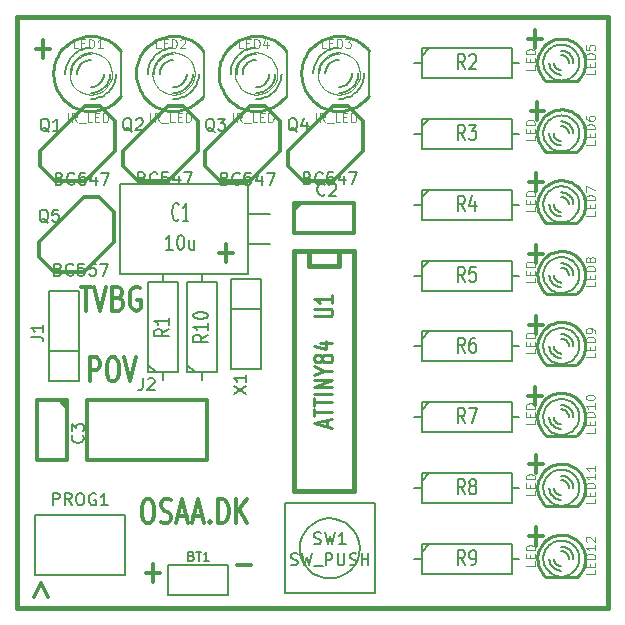
<source format=gto>
G04 (created by PCBNEW-RS274X (2010-12-18 BZR 2669)-stable) date 2011-02-06T23:53:48 CET*
G01*
G70*
G90*
%MOIN*%
G04 Gerber Fmt 3.4, Leading zero omitted, Abs format*
%FSLAX34Y34*%
G04 APERTURE LIST*
%ADD10C,0.006000*%
%ADD11C,0.012000*%
%ADD12C,0.015000*%
%ADD13C,0.005000*%
%ADD14C,0.008000*%
%ADD15C,0.003000*%
%ADD16C,0.010000*%
%ADD17C,0.003500*%
%ADD18C,0.011300*%
G04 APERTURE END LIST*
G54D10*
G54D11*
X10972Y-09119D02*
X11429Y-09119D01*
X11200Y-09424D02*
X11200Y-08814D01*
X17072Y-15919D02*
X17529Y-15919D01*
X17300Y-16224D02*
X17300Y-15614D01*
X27410Y-25373D02*
X27867Y-25373D01*
X27638Y-25678D02*
X27638Y-25068D01*
X27410Y-22972D02*
X27867Y-22972D01*
X27638Y-23277D02*
X27638Y-22667D01*
X27370Y-20688D02*
X27827Y-20688D01*
X27598Y-20993D02*
X27598Y-20383D01*
X27410Y-18326D02*
X27867Y-18326D01*
X27638Y-18631D02*
X27638Y-18021D01*
X27410Y-15964D02*
X27867Y-15964D01*
X27638Y-16269D02*
X27638Y-15659D01*
X27410Y-13562D02*
X27867Y-13562D01*
X27638Y-13867D02*
X27638Y-13257D01*
X27449Y-11200D02*
X27906Y-11200D01*
X27677Y-11505D02*
X27677Y-10895D01*
X27370Y-08799D02*
X27827Y-08799D01*
X27598Y-09104D02*
X27598Y-08494D01*
X17672Y-26319D02*
X18129Y-26319D01*
X14640Y-24131D02*
X14754Y-24131D01*
X14812Y-24169D01*
X14869Y-24245D01*
X14897Y-24397D01*
X14897Y-24664D01*
X14869Y-24817D01*
X14812Y-24893D01*
X14754Y-24931D01*
X14640Y-24931D01*
X14583Y-24893D01*
X14526Y-24817D01*
X14497Y-24664D01*
X14497Y-24397D01*
X14526Y-24245D01*
X14583Y-24169D01*
X14640Y-24131D01*
X15126Y-24893D02*
X15212Y-24931D01*
X15355Y-24931D01*
X15412Y-24893D01*
X15441Y-24855D01*
X15469Y-24778D01*
X15469Y-24702D01*
X15441Y-24626D01*
X15412Y-24588D01*
X15355Y-24550D01*
X15241Y-24512D01*
X15183Y-24474D01*
X15155Y-24436D01*
X15126Y-24359D01*
X15126Y-24283D01*
X15155Y-24207D01*
X15183Y-24169D01*
X15241Y-24131D01*
X15383Y-24131D01*
X15469Y-24169D01*
X15697Y-24702D02*
X15983Y-24702D01*
X15640Y-24931D02*
X15840Y-24131D01*
X16040Y-24931D01*
X16211Y-24702D02*
X16497Y-24702D01*
X16154Y-24931D02*
X16354Y-24131D01*
X16554Y-24931D01*
X16754Y-24855D02*
X16782Y-24893D01*
X16754Y-24931D01*
X16725Y-24893D01*
X16754Y-24855D01*
X16754Y-24931D01*
X17040Y-24931D02*
X17040Y-24131D01*
X17183Y-24131D01*
X17268Y-24169D01*
X17326Y-24245D01*
X17354Y-24321D01*
X17383Y-24474D01*
X17383Y-24588D01*
X17354Y-24740D01*
X17326Y-24817D01*
X17268Y-24893D01*
X17183Y-24931D01*
X17040Y-24931D01*
X17640Y-24931D02*
X17640Y-24131D01*
X17983Y-24931D02*
X17726Y-24474D01*
X17983Y-24131D02*
X17640Y-24588D01*
X12456Y-17044D02*
X12799Y-17044D01*
X12628Y-17844D02*
X12628Y-17044D01*
X12913Y-17044D02*
X13113Y-17844D01*
X13313Y-17044D01*
X13713Y-17425D02*
X13799Y-17463D01*
X13827Y-17501D01*
X13856Y-17577D01*
X13856Y-17691D01*
X13827Y-17768D01*
X13799Y-17806D01*
X13741Y-17844D01*
X13513Y-17844D01*
X13513Y-17044D01*
X13713Y-17044D01*
X13770Y-17082D01*
X13799Y-17120D01*
X13827Y-17196D01*
X13827Y-17272D01*
X13799Y-17349D01*
X13770Y-17387D01*
X13713Y-17425D01*
X13513Y-17425D01*
X14427Y-17082D02*
X14370Y-17044D01*
X14284Y-17044D01*
X14199Y-17082D01*
X14141Y-17158D01*
X14113Y-17234D01*
X14084Y-17387D01*
X14084Y-17501D01*
X14113Y-17653D01*
X14141Y-17730D01*
X14199Y-17806D01*
X14284Y-17844D01*
X14341Y-17844D01*
X14427Y-17806D01*
X14456Y-17768D01*
X14456Y-17501D01*
X14341Y-17501D01*
X12756Y-20206D02*
X12756Y-19406D01*
X12984Y-19406D01*
X13042Y-19444D01*
X13070Y-19482D01*
X13099Y-19558D01*
X13099Y-19672D01*
X13070Y-19749D01*
X13042Y-19787D01*
X12984Y-19825D01*
X12756Y-19825D01*
X13470Y-19406D02*
X13584Y-19406D01*
X13642Y-19444D01*
X13699Y-19520D01*
X13727Y-19672D01*
X13727Y-19939D01*
X13699Y-20092D01*
X13642Y-20168D01*
X13584Y-20206D01*
X13470Y-20206D01*
X13413Y-20168D01*
X13356Y-20092D01*
X13327Y-19939D01*
X13327Y-19672D01*
X13356Y-19520D01*
X13413Y-19444D01*
X13470Y-19406D01*
X13899Y-19406D02*
X14099Y-20206D01*
X14299Y-19406D01*
G54D12*
X10335Y-27756D02*
X30020Y-27756D01*
X10335Y-08071D02*
X10335Y-27756D01*
X30020Y-08071D02*
X10335Y-08071D01*
X30020Y-27756D02*
X30020Y-08071D01*
G54D11*
X10912Y-27394D02*
X11141Y-26937D01*
X11370Y-27394D01*
X14632Y-26594D02*
X15089Y-26594D01*
X14860Y-26899D02*
X14860Y-26289D01*
G54D10*
X17453Y-16807D02*
X18453Y-16807D01*
X18453Y-16807D02*
X18453Y-19807D01*
X18453Y-19807D02*
X17453Y-19807D01*
X17453Y-19807D02*
X17453Y-16807D01*
X18453Y-17807D02*
X17453Y-17807D01*
G54D13*
X21758Y-25776D02*
X21738Y-25970D01*
X21682Y-26157D01*
X21590Y-26329D01*
X21467Y-26480D01*
X21317Y-26605D01*
X21145Y-26697D01*
X20959Y-26755D01*
X20764Y-26775D01*
X20571Y-26758D01*
X20384Y-26703D01*
X20211Y-26612D01*
X20059Y-26490D01*
X19933Y-26340D01*
X19839Y-26169D01*
X19780Y-25983D01*
X19759Y-25789D01*
X19775Y-25596D01*
X19829Y-25408D01*
X19918Y-25235D01*
X20039Y-25082D01*
X20188Y-24955D01*
X20358Y-24860D01*
X20544Y-24800D01*
X20738Y-24777D01*
X20931Y-24792D01*
X21119Y-24844D01*
X21293Y-24932D01*
X21447Y-25052D01*
X21575Y-25200D01*
X21671Y-25370D01*
X21733Y-25555D01*
X21757Y-25749D01*
X21758Y-25776D01*
X19258Y-24276D02*
X22258Y-24276D01*
X22258Y-24276D02*
X22258Y-27276D01*
X22258Y-27276D02*
X19258Y-27276D01*
X19258Y-24276D02*
X19258Y-27276D01*
G54D14*
X19319Y-10694D02*
X19319Y-09194D01*
G54D15*
X19006Y-09944D02*
X18992Y-10081D01*
X18952Y-10213D01*
X18887Y-10335D01*
X18800Y-10442D01*
X18694Y-10530D01*
X18572Y-10595D01*
X18441Y-10636D01*
X18303Y-10650D01*
X18167Y-10638D01*
X18035Y-10599D01*
X17912Y-10535D01*
X17805Y-10449D01*
X17716Y-10343D01*
X17650Y-10222D01*
X17608Y-10090D01*
X17593Y-09953D01*
X17604Y-09817D01*
X17642Y-09684D01*
X17705Y-09562D01*
X17791Y-09453D01*
X17896Y-09364D01*
X18016Y-09297D01*
X18148Y-09254D01*
X18285Y-09238D01*
X18421Y-09248D01*
X18554Y-09285D01*
X18677Y-09348D01*
X18786Y-09433D01*
X18876Y-09537D01*
X18944Y-09657D01*
X18988Y-09788D01*
X19005Y-09925D01*
X19006Y-09944D01*
G54D16*
X19298Y-09194D02*
X19229Y-09110D01*
X19153Y-09032D01*
X19070Y-08961D01*
X18981Y-08897D01*
X18887Y-08842D01*
X18789Y-08795D01*
X18687Y-08756D01*
X18582Y-08727D01*
X18475Y-08707D01*
X18366Y-08696D01*
X18258Y-08695D01*
X18149Y-08704D01*
X18042Y-08721D01*
X17936Y-08748D01*
X17833Y-08785D01*
X17734Y-08830D01*
X17639Y-08883D01*
X17549Y-08945D01*
X17465Y-09014D01*
X17387Y-09090D01*
X17316Y-09173D01*
X17252Y-09262D01*
X17197Y-09356D01*
X17150Y-09454D01*
X17111Y-09556D01*
X17082Y-09661D01*
X17062Y-09768D01*
X17051Y-09877D01*
X17050Y-09985D01*
X17059Y-10094D01*
X17076Y-10201D01*
X17103Y-10307D01*
X17140Y-10410D01*
X17185Y-10509D01*
X17238Y-10604D01*
X17300Y-10694D01*
X17369Y-10778D01*
X17445Y-10856D01*
X17528Y-10927D01*
X17617Y-10991D01*
X17711Y-11046D01*
X17809Y-11093D01*
X17911Y-11132D01*
X18016Y-11161D01*
X18123Y-11181D01*
X18232Y-11192D01*
X18340Y-11193D01*
X18449Y-11184D01*
X18556Y-11167D01*
X18662Y-11140D01*
X18765Y-11103D01*
X18864Y-11058D01*
X18959Y-11005D01*
X19049Y-10943D01*
X19133Y-10874D01*
X19211Y-10798D01*
X19282Y-10715D01*
X19298Y-10694D01*
G54D10*
X18299Y-09494D02*
X18260Y-09496D01*
X18221Y-09501D01*
X18183Y-09510D01*
X18146Y-09522D01*
X18109Y-09537D01*
X18075Y-09555D01*
X18041Y-09576D01*
X18010Y-09600D01*
X17981Y-09626D01*
X17955Y-09655D01*
X17931Y-09686D01*
X17910Y-09720D01*
X17892Y-09754D01*
X17877Y-09791D01*
X17865Y-09828D01*
X17856Y-09866D01*
X17851Y-09905D01*
X17849Y-09944D01*
X18299Y-10394D02*
X18338Y-10392D01*
X18377Y-10387D01*
X18415Y-10378D01*
X18452Y-10366D01*
X18489Y-10351D01*
X18524Y-10333D01*
X18557Y-10312D01*
X18588Y-10288D01*
X18617Y-10262D01*
X18643Y-10233D01*
X18667Y-10202D01*
X18688Y-10168D01*
X18706Y-10134D01*
X18721Y-10097D01*
X18733Y-10060D01*
X18742Y-10022D01*
X18747Y-09983D01*
X18749Y-09944D01*
X18299Y-09294D02*
X18243Y-09297D01*
X18187Y-09304D01*
X18131Y-09317D01*
X18077Y-09334D01*
X18025Y-09355D01*
X17975Y-09382D01*
X17927Y-09412D01*
X17882Y-09447D01*
X17840Y-09485D01*
X17802Y-09527D01*
X17767Y-09572D01*
X17737Y-09620D01*
X17710Y-09670D01*
X17689Y-09722D01*
X17672Y-09776D01*
X17659Y-09832D01*
X17652Y-09888D01*
X17649Y-09944D01*
X18299Y-10594D02*
X18355Y-10591D01*
X18411Y-10584D01*
X18467Y-10571D01*
X18521Y-10554D01*
X18573Y-10533D01*
X18624Y-10506D01*
X18671Y-10476D01*
X18716Y-10441D01*
X18758Y-10403D01*
X18796Y-10361D01*
X18831Y-10316D01*
X18861Y-10268D01*
X18888Y-10218D01*
X18909Y-10166D01*
X18926Y-10112D01*
X18939Y-10056D01*
X18946Y-10000D01*
X18949Y-09944D01*
X18299Y-09094D02*
X18225Y-09098D01*
X18152Y-09107D01*
X18080Y-09123D01*
X18009Y-09146D01*
X17940Y-09174D01*
X17875Y-09208D01*
X17812Y-09248D01*
X17753Y-09293D01*
X17698Y-09343D01*
X17648Y-09398D01*
X17603Y-09457D01*
X17563Y-09520D01*
X17529Y-09585D01*
X17501Y-09654D01*
X17478Y-09725D01*
X17462Y-09797D01*
X17453Y-09870D01*
X17449Y-09944D01*
X18299Y-10794D02*
X18373Y-10790D01*
X18446Y-10781D01*
X18518Y-10765D01*
X18589Y-10742D01*
X18658Y-10714D01*
X18724Y-10680D01*
X18786Y-10640D01*
X18845Y-10595D01*
X18900Y-10545D01*
X18950Y-10490D01*
X18995Y-10431D01*
X19035Y-10368D01*
X19069Y-10303D01*
X19097Y-10234D01*
X19120Y-10163D01*
X19136Y-10091D01*
X19145Y-10018D01*
X19149Y-09944D01*
G54D14*
X22077Y-10693D02*
X22077Y-09193D01*
G54D15*
X21764Y-09943D02*
X21750Y-10080D01*
X21710Y-10212D01*
X21645Y-10334D01*
X21558Y-10441D01*
X21452Y-10529D01*
X21330Y-10594D01*
X21199Y-10635D01*
X21061Y-10649D01*
X20925Y-10637D01*
X20793Y-10598D01*
X20670Y-10534D01*
X20563Y-10448D01*
X20474Y-10342D01*
X20408Y-10221D01*
X20366Y-10089D01*
X20351Y-09952D01*
X20362Y-09816D01*
X20400Y-09683D01*
X20463Y-09561D01*
X20549Y-09452D01*
X20654Y-09363D01*
X20774Y-09296D01*
X20906Y-09253D01*
X21043Y-09237D01*
X21179Y-09247D01*
X21312Y-09284D01*
X21435Y-09347D01*
X21544Y-09432D01*
X21634Y-09536D01*
X21702Y-09656D01*
X21746Y-09787D01*
X21763Y-09924D01*
X21764Y-09943D01*
G54D16*
X22056Y-09193D02*
X21987Y-09109D01*
X21911Y-09031D01*
X21828Y-08960D01*
X21739Y-08896D01*
X21645Y-08841D01*
X21547Y-08794D01*
X21445Y-08755D01*
X21340Y-08726D01*
X21233Y-08706D01*
X21124Y-08695D01*
X21016Y-08694D01*
X20907Y-08703D01*
X20800Y-08720D01*
X20694Y-08747D01*
X20591Y-08784D01*
X20492Y-08829D01*
X20397Y-08882D01*
X20307Y-08944D01*
X20223Y-09013D01*
X20145Y-09089D01*
X20074Y-09172D01*
X20010Y-09261D01*
X19955Y-09355D01*
X19908Y-09453D01*
X19869Y-09555D01*
X19840Y-09660D01*
X19820Y-09767D01*
X19809Y-09876D01*
X19808Y-09984D01*
X19817Y-10093D01*
X19834Y-10200D01*
X19861Y-10306D01*
X19898Y-10409D01*
X19943Y-10508D01*
X19996Y-10603D01*
X20058Y-10693D01*
X20127Y-10777D01*
X20203Y-10855D01*
X20286Y-10926D01*
X20375Y-10990D01*
X20469Y-11045D01*
X20567Y-11092D01*
X20669Y-11131D01*
X20774Y-11160D01*
X20881Y-11180D01*
X20990Y-11191D01*
X21098Y-11192D01*
X21207Y-11183D01*
X21314Y-11166D01*
X21420Y-11139D01*
X21523Y-11102D01*
X21622Y-11057D01*
X21717Y-11004D01*
X21807Y-10942D01*
X21891Y-10873D01*
X21969Y-10797D01*
X22040Y-10714D01*
X22056Y-10693D01*
G54D10*
X21057Y-09493D02*
X21018Y-09495D01*
X20979Y-09500D01*
X20941Y-09509D01*
X20904Y-09521D01*
X20867Y-09536D01*
X20833Y-09554D01*
X20799Y-09575D01*
X20768Y-09599D01*
X20739Y-09625D01*
X20713Y-09654D01*
X20689Y-09685D01*
X20668Y-09719D01*
X20650Y-09753D01*
X20635Y-09790D01*
X20623Y-09827D01*
X20614Y-09865D01*
X20609Y-09904D01*
X20607Y-09943D01*
X21057Y-10393D02*
X21096Y-10391D01*
X21135Y-10386D01*
X21173Y-10377D01*
X21210Y-10365D01*
X21247Y-10350D01*
X21282Y-10332D01*
X21315Y-10311D01*
X21346Y-10287D01*
X21375Y-10261D01*
X21401Y-10232D01*
X21425Y-10201D01*
X21446Y-10167D01*
X21464Y-10133D01*
X21479Y-10096D01*
X21491Y-10059D01*
X21500Y-10021D01*
X21505Y-09982D01*
X21507Y-09943D01*
X21057Y-09293D02*
X21001Y-09296D01*
X20945Y-09303D01*
X20889Y-09316D01*
X20835Y-09333D01*
X20783Y-09354D01*
X20733Y-09381D01*
X20685Y-09411D01*
X20640Y-09446D01*
X20598Y-09484D01*
X20560Y-09526D01*
X20525Y-09571D01*
X20495Y-09619D01*
X20468Y-09669D01*
X20447Y-09721D01*
X20430Y-09775D01*
X20417Y-09831D01*
X20410Y-09887D01*
X20407Y-09943D01*
X21057Y-10593D02*
X21113Y-10590D01*
X21169Y-10583D01*
X21225Y-10570D01*
X21279Y-10553D01*
X21331Y-10532D01*
X21382Y-10505D01*
X21429Y-10475D01*
X21474Y-10440D01*
X21516Y-10402D01*
X21554Y-10360D01*
X21589Y-10315D01*
X21619Y-10267D01*
X21646Y-10217D01*
X21667Y-10165D01*
X21684Y-10111D01*
X21697Y-10055D01*
X21704Y-09999D01*
X21707Y-09943D01*
X21057Y-09093D02*
X20983Y-09097D01*
X20910Y-09106D01*
X20838Y-09122D01*
X20767Y-09145D01*
X20698Y-09173D01*
X20633Y-09207D01*
X20570Y-09247D01*
X20511Y-09292D01*
X20456Y-09342D01*
X20406Y-09397D01*
X20361Y-09456D01*
X20321Y-09519D01*
X20287Y-09584D01*
X20259Y-09653D01*
X20236Y-09724D01*
X20220Y-09796D01*
X20211Y-09869D01*
X20207Y-09943D01*
X21057Y-10793D02*
X21131Y-10789D01*
X21204Y-10780D01*
X21276Y-10764D01*
X21347Y-10741D01*
X21416Y-10713D01*
X21482Y-10679D01*
X21544Y-10639D01*
X21603Y-10594D01*
X21658Y-10544D01*
X21708Y-10489D01*
X21753Y-10430D01*
X21793Y-10367D01*
X21827Y-10302D01*
X21855Y-10233D01*
X21878Y-10162D01*
X21894Y-10090D01*
X21903Y-10017D01*
X21907Y-09943D01*
G54D14*
X16565Y-10694D02*
X16565Y-09194D01*
G54D15*
X16252Y-09944D02*
X16238Y-10081D01*
X16198Y-10213D01*
X16133Y-10335D01*
X16046Y-10442D01*
X15940Y-10530D01*
X15818Y-10595D01*
X15687Y-10636D01*
X15549Y-10650D01*
X15413Y-10638D01*
X15281Y-10599D01*
X15158Y-10535D01*
X15051Y-10449D01*
X14962Y-10343D01*
X14896Y-10222D01*
X14854Y-10090D01*
X14839Y-09953D01*
X14850Y-09817D01*
X14888Y-09684D01*
X14951Y-09562D01*
X15037Y-09453D01*
X15142Y-09364D01*
X15262Y-09297D01*
X15394Y-09254D01*
X15531Y-09238D01*
X15667Y-09248D01*
X15800Y-09285D01*
X15923Y-09348D01*
X16032Y-09433D01*
X16122Y-09537D01*
X16190Y-09657D01*
X16234Y-09788D01*
X16251Y-09925D01*
X16252Y-09944D01*
G54D16*
X16544Y-09194D02*
X16475Y-09110D01*
X16399Y-09032D01*
X16316Y-08961D01*
X16227Y-08897D01*
X16133Y-08842D01*
X16035Y-08795D01*
X15933Y-08756D01*
X15828Y-08727D01*
X15721Y-08707D01*
X15612Y-08696D01*
X15504Y-08695D01*
X15395Y-08704D01*
X15288Y-08721D01*
X15182Y-08748D01*
X15079Y-08785D01*
X14980Y-08830D01*
X14885Y-08883D01*
X14795Y-08945D01*
X14711Y-09014D01*
X14633Y-09090D01*
X14562Y-09173D01*
X14498Y-09262D01*
X14443Y-09356D01*
X14396Y-09454D01*
X14357Y-09556D01*
X14328Y-09661D01*
X14308Y-09768D01*
X14297Y-09877D01*
X14296Y-09985D01*
X14305Y-10094D01*
X14322Y-10201D01*
X14349Y-10307D01*
X14386Y-10410D01*
X14431Y-10509D01*
X14484Y-10604D01*
X14546Y-10694D01*
X14615Y-10778D01*
X14691Y-10856D01*
X14774Y-10927D01*
X14863Y-10991D01*
X14957Y-11046D01*
X15055Y-11093D01*
X15157Y-11132D01*
X15262Y-11161D01*
X15369Y-11181D01*
X15478Y-11192D01*
X15586Y-11193D01*
X15695Y-11184D01*
X15802Y-11167D01*
X15908Y-11140D01*
X16011Y-11103D01*
X16110Y-11058D01*
X16205Y-11005D01*
X16295Y-10943D01*
X16379Y-10874D01*
X16457Y-10798D01*
X16528Y-10715D01*
X16544Y-10694D01*
G54D10*
X15545Y-09494D02*
X15506Y-09496D01*
X15467Y-09501D01*
X15429Y-09510D01*
X15392Y-09522D01*
X15355Y-09537D01*
X15321Y-09555D01*
X15287Y-09576D01*
X15256Y-09600D01*
X15227Y-09626D01*
X15201Y-09655D01*
X15177Y-09686D01*
X15156Y-09720D01*
X15138Y-09754D01*
X15123Y-09791D01*
X15111Y-09828D01*
X15102Y-09866D01*
X15097Y-09905D01*
X15095Y-09944D01*
X15545Y-10394D02*
X15584Y-10392D01*
X15623Y-10387D01*
X15661Y-10378D01*
X15698Y-10366D01*
X15735Y-10351D01*
X15770Y-10333D01*
X15803Y-10312D01*
X15834Y-10288D01*
X15863Y-10262D01*
X15889Y-10233D01*
X15913Y-10202D01*
X15934Y-10168D01*
X15952Y-10134D01*
X15967Y-10097D01*
X15979Y-10060D01*
X15988Y-10022D01*
X15993Y-09983D01*
X15995Y-09944D01*
X15545Y-09294D02*
X15489Y-09297D01*
X15433Y-09304D01*
X15377Y-09317D01*
X15323Y-09334D01*
X15271Y-09355D01*
X15221Y-09382D01*
X15173Y-09412D01*
X15128Y-09447D01*
X15086Y-09485D01*
X15048Y-09527D01*
X15013Y-09572D01*
X14983Y-09620D01*
X14956Y-09670D01*
X14935Y-09722D01*
X14918Y-09776D01*
X14905Y-09832D01*
X14898Y-09888D01*
X14895Y-09944D01*
X15545Y-10594D02*
X15601Y-10591D01*
X15657Y-10584D01*
X15713Y-10571D01*
X15767Y-10554D01*
X15819Y-10533D01*
X15870Y-10506D01*
X15917Y-10476D01*
X15962Y-10441D01*
X16004Y-10403D01*
X16042Y-10361D01*
X16077Y-10316D01*
X16107Y-10268D01*
X16134Y-10218D01*
X16155Y-10166D01*
X16172Y-10112D01*
X16185Y-10056D01*
X16192Y-10000D01*
X16195Y-09944D01*
X15545Y-09094D02*
X15471Y-09098D01*
X15398Y-09107D01*
X15326Y-09123D01*
X15255Y-09146D01*
X15186Y-09174D01*
X15121Y-09208D01*
X15058Y-09248D01*
X14999Y-09293D01*
X14944Y-09343D01*
X14894Y-09398D01*
X14849Y-09457D01*
X14809Y-09520D01*
X14775Y-09585D01*
X14747Y-09654D01*
X14724Y-09725D01*
X14708Y-09797D01*
X14699Y-09870D01*
X14695Y-09944D01*
X15545Y-10794D02*
X15619Y-10790D01*
X15692Y-10781D01*
X15764Y-10765D01*
X15835Y-10742D01*
X15904Y-10714D01*
X15970Y-10680D01*
X16032Y-10640D01*
X16091Y-10595D01*
X16146Y-10545D01*
X16196Y-10490D01*
X16241Y-10431D01*
X16281Y-10368D01*
X16315Y-10303D01*
X16343Y-10234D01*
X16366Y-10163D01*
X16382Y-10091D01*
X16391Y-10018D01*
X16395Y-09944D01*
G54D14*
X13809Y-10695D02*
X13809Y-09195D01*
G54D15*
X13496Y-09945D02*
X13482Y-10082D01*
X13442Y-10214D01*
X13377Y-10336D01*
X13290Y-10443D01*
X13184Y-10531D01*
X13062Y-10596D01*
X12931Y-10637D01*
X12793Y-10651D01*
X12657Y-10639D01*
X12525Y-10600D01*
X12402Y-10536D01*
X12295Y-10450D01*
X12206Y-10344D01*
X12140Y-10223D01*
X12098Y-10091D01*
X12083Y-09954D01*
X12094Y-09818D01*
X12132Y-09685D01*
X12195Y-09563D01*
X12281Y-09454D01*
X12386Y-09365D01*
X12506Y-09298D01*
X12638Y-09255D01*
X12775Y-09239D01*
X12911Y-09249D01*
X13044Y-09286D01*
X13167Y-09349D01*
X13276Y-09434D01*
X13366Y-09538D01*
X13434Y-09658D01*
X13478Y-09789D01*
X13495Y-09926D01*
X13496Y-09945D01*
G54D16*
X13788Y-09195D02*
X13719Y-09111D01*
X13643Y-09033D01*
X13560Y-08962D01*
X13471Y-08898D01*
X13377Y-08843D01*
X13279Y-08796D01*
X13177Y-08757D01*
X13072Y-08728D01*
X12965Y-08708D01*
X12856Y-08697D01*
X12748Y-08696D01*
X12639Y-08705D01*
X12532Y-08722D01*
X12426Y-08749D01*
X12323Y-08786D01*
X12224Y-08831D01*
X12129Y-08884D01*
X12039Y-08946D01*
X11955Y-09015D01*
X11877Y-09091D01*
X11806Y-09174D01*
X11742Y-09263D01*
X11687Y-09357D01*
X11640Y-09455D01*
X11601Y-09557D01*
X11572Y-09662D01*
X11552Y-09769D01*
X11541Y-09878D01*
X11540Y-09986D01*
X11549Y-10095D01*
X11566Y-10202D01*
X11593Y-10308D01*
X11630Y-10411D01*
X11675Y-10510D01*
X11728Y-10605D01*
X11790Y-10695D01*
X11859Y-10779D01*
X11935Y-10857D01*
X12018Y-10928D01*
X12107Y-10992D01*
X12201Y-11047D01*
X12299Y-11094D01*
X12401Y-11133D01*
X12506Y-11162D01*
X12613Y-11182D01*
X12722Y-11193D01*
X12830Y-11194D01*
X12939Y-11185D01*
X13046Y-11168D01*
X13152Y-11141D01*
X13255Y-11104D01*
X13354Y-11059D01*
X13449Y-11006D01*
X13539Y-10944D01*
X13623Y-10875D01*
X13701Y-10799D01*
X13772Y-10716D01*
X13788Y-10695D01*
G54D10*
X12789Y-09495D02*
X12750Y-09497D01*
X12711Y-09502D01*
X12673Y-09511D01*
X12636Y-09523D01*
X12599Y-09538D01*
X12565Y-09556D01*
X12531Y-09577D01*
X12500Y-09601D01*
X12471Y-09627D01*
X12445Y-09656D01*
X12421Y-09687D01*
X12400Y-09721D01*
X12382Y-09755D01*
X12367Y-09792D01*
X12355Y-09829D01*
X12346Y-09867D01*
X12341Y-09906D01*
X12339Y-09945D01*
X12789Y-10395D02*
X12828Y-10393D01*
X12867Y-10388D01*
X12905Y-10379D01*
X12942Y-10367D01*
X12979Y-10352D01*
X13014Y-10334D01*
X13047Y-10313D01*
X13078Y-10289D01*
X13107Y-10263D01*
X13133Y-10234D01*
X13157Y-10203D01*
X13178Y-10169D01*
X13196Y-10135D01*
X13211Y-10098D01*
X13223Y-10061D01*
X13232Y-10023D01*
X13237Y-09984D01*
X13239Y-09945D01*
X12789Y-09295D02*
X12733Y-09298D01*
X12677Y-09305D01*
X12621Y-09318D01*
X12567Y-09335D01*
X12515Y-09356D01*
X12465Y-09383D01*
X12417Y-09413D01*
X12372Y-09448D01*
X12330Y-09486D01*
X12292Y-09528D01*
X12257Y-09573D01*
X12227Y-09621D01*
X12200Y-09671D01*
X12179Y-09723D01*
X12162Y-09777D01*
X12149Y-09833D01*
X12142Y-09889D01*
X12139Y-09945D01*
X12789Y-10595D02*
X12845Y-10592D01*
X12901Y-10585D01*
X12957Y-10572D01*
X13011Y-10555D01*
X13063Y-10534D01*
X13114Y-10507D01*
X13161Y-10477D01*
X13206Y-10442D01*
X13248Y-10404D01*
X13286Y-10362D01*
X13321Y-10317D01*
X13351Y-10269D01*
X13378Y-10219D01*
X13399Y-10167D01*
X13416Y-10113D01*
X13429Y-10057D01*
X13436Y-10001D01*
X13439Y-09945D01*
X12789Y-09095D02*
X12715Y-09099D01*
X12642Y-09108D01*
X12570Y-09124D01*
X12499Y-09147D01*
X12430Y-09175D01*
X12365Y-09209D01*
X12302Y-09249D01*
X12243Y-09294D01*
X12188Y-09344D01*
X12138Y-09399D01*
X12093Y-09458D01*
X12053Y-09521D01*
X12019Y-09586D01*
X11991Y-09655D01*
X11968Y-09726D01*
X11952Y-09798D01*
X11943Y-09871D01*
X11939Y-09945D01*
X12789Y-10795D02*
X12863Y-10791D01*
X12936Y-10782D01*
X13008Y-10766D01*
X13079Y-10743D01*
X13148Y-10715D01*
X13214Y-10681D01*
X13276Y-10641D01*
X13335Y-10596D01*
X13390Y-10546D01*
X13440Y-10491D01*
X13485Y-10432D01*
X13525Y-10369D01*
X13559Y-10304D01*
X13587Y-10235D01*
X13610Y-10164D01*
X13626Y-10092D01*
X13635Y-10019D01*
X13639Y-09945D01*
X15378Y-27311D02*
X15378Y-26311D01*
X15378Y-26311D02*
X17378Y-26311D01*
X17378Y-26311D02*
X17378Y-27311D01*
X17378Y-27311D02*
X15378Y-27311D01*
G54D16*
X27975Y-26735D02*
X28975Y-26735D01*
G54D10*
X28859Y-25655D02*
X28817Y-25623D01*
X28773Y-25595D01*
X28726Y-25571D01*
X28678Y-25551D01*
X28628Y-25535D01*
X28577Y-25524D01*
X28525Y-25518D01*
X28475Y-25515D01*
X28475Y-25516D02*
X28423Y-25519D01*
X28371Y-25526D01*
X28320Y-25537D01*
X28271Y-25553D01*
X28222Y-25573D01*
X28176Y-25597D01*
X28132Y-25625D01*
X28090Y-25657D01*
X28078Y-25668D01*
X28475Y-26714D02*
X28527Y-26711D01*
X28579Y-26704D01*
X28630Y-26693D01*
X28679Y-26677D01*
X28728Y-26657D01*
X28774Y-26633D01*
X28818Y-26605D01*
X28860Y-26573D01*
X28864Y-26569D01*
X28091Y-26575D02*
X28133Y-26607D01*
X28177Y-26635D01*
X28224Y-26659D01*
X28272Y-26679D01*
X28322Y-26695D01*
X28373Y-26706D01*
X28425Y-26712D01*
X28475Y-26715D01*
X28824Y-26602D02*
X28865Y-26570D01*
X28903Y-26534D01*
X28938Y-26495D01*
X28970Y-26453D01*
X28997Y-26409D01*
X29021Y-26362D01*
X29040Y-26314D01*
X29056Y-26264D01*
X29066Y-26212D01*
X29073Y-26161D01*
X29075Y-26115D01*
X29075Y-26115D02*
X29072Y-26063D01*
X29065Y-26011D01*
X29054Y-25960D01*
X29038Y-25910D01*
X29018Y-25862D01*
X28994Y-25816D01*
X28966Y-25771D01*
X28934Y-25730D01*
X28899Y-25691D01*
X28860Y-25656D01*
X28835Y-25636D01*
X27876Y-26115D02*
X27879Y-26167D01*
X27886Y-26219D01*
X27897Y-26270D01*
X27913Y-26319D01*
X27933Y-26368D01*
X27957Y-26414D01*
X27985Y-26458D01*
X28017Y-26500D01*
X28052Y-26538D01*
X28090Y-26573D01*
X28108Y-26587D01*
X28107Y-25642D02*
X28067Y-25676D01*
X28030Y-25713D01*
X27997Y-25754D01*
X27967Y-25797D01*
X27941Y-25842D01*
X27920Y-25890D01*
X27902Y-25939D01*
X27889Y-25990D01*
X27880Y-26041D01*
X27876Y-26094D01*
X27875Y-26115D01*
X28725Y-26115D02*
X28724Y-26094D01*
X28721Y-26072D01*
X28716Y-26051D01*
X28709Y-26030D01*
X28701Y-26010D01*
X28691Y-25991D01*
X28679Y-25972D01*
X28666Y-25955D01*
X28651Y-25939D01*
X28635Y-25924D01*
X28618Y-25911D01*
X28600Y-25899D01*
X28580Y-25889D01*
X28560Y-25881D01*
X28539Y-25874D01*
X28518Y-25869D01*
X28496Y-25866D01*
X28475Y-25865D01*
X28875Y-26115D02*
X28873Y-26081D01*
X28868Y-26046D01*
X28861Y-26012D01*
X28850Y-25979D01*
X28837Y-25946D01*
X28821Y-25916D01*
X28802Y-25886D01*
X28781Y-25858D01*
X28757Y-25833D01*
X28732Y-25809D01*
X28704Y-25788D01*
X28675Y-25769D01*
X28644Y-25753D01*
X28611Y-25740D01*
X28578Y-25729D01*
X28544Y-25722D01*
X28509Y-25717D01*
X28475Y-25715D01*
X28225Y-26115D02*
X28226Y-26136D01*
X28229Y-26158D01*
X28234Y-26179D01*
X28241Y-26200D01*
X28249Y-26220D01*
X28259Y-26239D01*
X28271Y-26258D01*
X28284Y-26275D01*
X28299Y-26291D01*
X28315Y-26306D01*
X28332Y-26319D01*
X28351Y-26331D01*
X28370Y-26341D01*
X28390Y-26349D01*
X28411Y-26356D01*
X28432Y-26361D01*
X28454Y-26364D01*
X28475Y-26365D01*
X28075Y-26115D02*
X28077Y-26149D01*
X28082Y-26184D01*
X28089Y-26218D01*
X28100Y-26251D01*
X28113Y-26284D01*
X28129Y-26314D01*
X28148Y-26344D01*
X28169Y-26372D01*
X28193Y-26397D01*
X28218Y-26421D01*
X28246Y-26442D01*
X28276Y-26461D01*
X28306Y-26477D01*
X28339Y-26490D01*
X28372Y-26501D01*
X28406Y-26508D01*
X28441Y-26513D01*
X28475Y-26515D01*
G54D16*
X28988Y-26728D02*
X29039Y-26681D01*
X29086Y-26630D01*
X29129Y-26575D01*
X29167Y-26516D01*
X29199Y-26454D01*
X29226Y-26389D01*
X29247Y-26323D01*
X29262Y-26255D01*
X29271Y-26186D01*
X29274Y-26116D01*
X29275Y-26115D01*
X29274Y-26115D02*
X29270Y-26046D01*
X29261Y-25977D01*
X29246Y-25909D01*
X29225Y-25842D01*
X29199Y-25778D01*
X29166Y-25716D01*
X29129Y-25657D01*
X29087Y-25602D01*
X29039Y-25551D01*
X28988Y-25503D01*
X28933Y-25461D01*
X28874Y-25424D01*
X28851Y-25411D01*
X27678Y-26116D02*
X27681Y-26185D01*
X27690Y-26254D01*
X27705Y-26322D01*
X27726Y-26389D01*
X27753Y-26453D01*
X27785Y-26515D01*
X27823Y-26573D01*
X27865Y-26629D01*
X27912Y-26680D01*
X27960Y-26724D01*
X28078Y-25421D02*
X28019Y-25459D01*
X27963Y-25501D01*
X27912Y-25548D01*
X27864Y-25599D01*
X27822Y-25654D01*
X27784Y-25713D01*
X27752Y-25775D01*
X27725Y-25839D01*
X27703Y-25906D01*
X27688Y-25974D01*
X27679Y-26043D01*
X27676Y-26113D01*
X27675Y-26115D01*
X28854Y-25411D02*
X28791Y-25381D01*
X28726Y-25356D01*
X28659Y-25337D01*
X28590Y-25324D01*
X28521Y-25317D01*
X28475Y-25315D01*
X28475Y-25316D02*
X28406Y-25320D01*
X28337Y-25329D01*
X28269Y-25344D01*
X28202Y-25365D01*
X28138Y-25391D01*
X28076Y-25424D01*
X28057Y-25435D01*
X27974Y-24371D02*
X28974Y-24371D01*
G54D10*
X28858Y-23291D02*
X28816Y-23259D01*
X28772Y-23231D01*
X28725Y-23207D01*
X28677Y-23187D01*
X28627Y-23171D01*
X28576Y-23160D01*
X28524Y-23154D01*
X28474Y-23151D01*
X28474Y-23152D02*
X28422Y-23155D01*
X28370Y-23162D01*
X28319Y-23173D01*
X28270Y-23189D01*
X28221Y-23209D01*
X28175Y-23233D01*
X28131Y-23261D01*
X28089Y-23293D01*
X28077Y-23304D01*
X28474Y-24350D02*
X28526Y-24347D01*
X28578Y-24340D01*
X28629Y-24329D01*
X28678Y-24313D01*
X28727Y-24293D01*
X28773Y-24269D01*
X28817Y-24241D01*
X28859Y-24209D01*
X28863Y-24205D01*
X28090Y-24211D02*
X28132Y-24243D01*
X28176Y-24271D01*
X28223Y-24295D01*
X28271Y-24315D01*
X28321Y-24331D01*
X28372Y-24342D01*
X28424Y-24348D01*
X28474Y-24351D01*
X28823Y-24238D02*
X28864Y-24206D01*
X28902Y-24170D01*
X28937Y-24131D01*
X28969Y-24089D01*
X28996Y-24045D01*
X29020Y-23998D01*
X29039Y-23950D01*
X29055Y-23900D01*
X29065Y-23848D01*
X29072Y-23797D01*
X29074Y-23751D01*
X29074Y-23751D02*
X29071Y-23699D01*
X29064Y-23647D01*
X29053Y-23596D01*
X29037Y-23546D01*
X29017Y-23498D01*
X28993Y-23452D01*
X28965Y-23407D01*
X28933Y-23366D01*
X28898Y-23327D01*
X28859Y-23292D01*
X28834Y-23272D01*
X27875Y-23751D02*
X27878Y-23803D01*
X27885Y-23855D01*
X27896Y-23906D01*
X27912Y-23955D01*
X27932Y-24004D01*
X27956Y-24050D01*
X27984Y-24094D01*
X28016Y-24136D01*
X28051Y-24174D01*
X28089Y-24209D01*
X28107Y-24223D01*
X28106Y-23278D02*
X28066Y-23312D01*
X28029Y-23349D01*
X27996Y-23390D01*
X27966Y-23433D01*
X27940Y-23478D01*
X27919Y-23526D01*
X27901Y-23575D01*
X27888Y-23626D01*
X27879Y-23677D01*
X27875Y-23730D01*
X27874Y-23751D01*
X28724Y-23751D02*
X28723Y-23730D01*
X28720Y-23708D01*
X28715Y-23687D01*
X28708Y-23666D01*
X28700Y-23646D01*
X28690Y-23627D01*
X28678Y-23608D01*
X28665Y-23591D01*
X28650Y-23575D01*
X28634Y-23560D01*
X28617Y-23547D01*
X28599Y-23535D01*
X28579Y-23525D01*
X28559Y-23517D01*
X28538Y-23510D01*
X28517Y-23505D01*
X28495Y-23502D01*
X28474Y-23501D01*
X28874Y-23751D02*
X28872Y-23717D01*
X28867Y-23682D01*
X28860Y-23648D01*
X28849Y-23615D01*
X28836Y-23582D01*
X28820Y-23552D01*
X28801Y-23522D01*
X28780Y-23494D01*
X28756Y-23469D01*
X28731Y-23445D01*
X28703Y-23424D01*
X28674Y-23405D01*
X28643Y-23389D01*
X28610Y-23376D01*
X28577Y-23365D01*
X28543Y-23358D01*
X28508Y-23353D01*
X28474Y-23351D01*
X28224Y-23751D02*
X28225Y-23772D01*
X28228Y-23794D01*
X28233Y-23815D01*
X28240Y-23836D01*
X28248Y-23856D01*
X28258Y-23875D01*
X28270Y-23894D01*
X28283Y-23911D01*
X28298Y-23927D01*
X28314Y-23942D01*
X28331Y-23955D01*
X28350Y-23967D01*
X28369Y-23977D01*
X28389Y-23985D01*
X28410Y-23992D01*
X28431Y-23997D01*
X28453Y-24000D01*
X28474Y-24001D01*
X28074Y-23751D02*
X28076Y-23785D01*
X28081Y-23820D01*
X28088Y-23854D01*
X28099Y-23887D01*
X28112Y-23920D01*
X28128Y-23950D01*
X28147Y-23980D01*
X28168Y-24008D01*
X28192Y-24033D01*
X28217Y-24057D01*
X28245Y-24078D01*
X28275Y-24097D01*
X28305Y-24113D01*
X28338Y-24126D01*
X28371Y-24137D01*
X28405Y-24144D01*
X28440Y-24149D01*
X28474Y-24151D01*
G54D16*
X28987Y-24364D02*
X29038Y-24317D01*
X29085Y-24266D01*
X29128Y-24211D01*
X29166Y-24152D01*
X29198Y-24090D01*
X29225Y-24025D01*
X29246Y-23959D01*
X29261Y-23891D01*
X29270Y-23822D01*
X29273Y-23752D01*
X29274Y-23751D01*
X29273Y-23751D02*
X29269Y-23682D01*
X29260Y-23613D01*
X29245Y-23545D01*
X29224Y-23478D01*
X29198Y-23414D01*
X29165Y-23352D01*
X29128Y-23293D01*
X29086Y-23238D01*
X29038Y-23187D01*
X28987Y-23139D01*
X28932Y-23097D01*
X28873Y-23060D01*
X28850Y-23047D01*
X27677Y-23752D02*
X27680Y-23821D01*
X27689Y-23890D01*
X27704Y-23958D01*
X27725Y-24025D01*
X27752Y-24089D01*
X27784Y-24151D01*
X27822Y-24209D01*
X27864Y-24265D01*
X27911Y-24316D01*
X27959Y-24360D01*
X28077Y-23057D02*
X28018Y-23095D01*
X27962Y-23137D01*
X27911Y-23184D01*
X27863Y-23235D01*
X27821Y-23290D01*
X27783Y-23349D01*
X27751Y-23411D01*
X27724Y-23475D01*
X27702Y-23542D01*
X27687Y-23610D01*
X27678Y-23679D01*
X27675Y-23749D01*
X27674Y-23751D01*
X28853Y-23047D02*
X28790Y-23017D01*
X28725Y-22992D01*
X28658Y-22973D01*
X28589Y-22960D01*
X28520Y-22953D01*
X28474Y-22951D01*
X28474Y-22952D02*
X28405Y-22956D01*
X28336Y-22965D01*
X28268Y-22980D01*
X28201Y-23001D01*
X28137Y-23027D01*
X28075Y-23060D01*
X28056Y-23071D01*
X27973Y-22011D02*
X28973Y-22011D01*
G54D10*
X28857Y-20931D02*
X28815Y-20899D01*
X28771Y-20871D01*
X28724Y-20847D01*
X28676Y-20827D01*
X28626Y-20811D01*
X28575Y-20800D01*
X28523Y-20794D01*
X28473Y-20791D01*
X28473Y-20792D02*
X28421Y-20795D01*
X28369Y-20802D01*
X28318Y-20813D01*
X28269Y-20829D01*
X28220Y-20849D01*
X28174Y-20873D01*
X28130Y-20901D01*
X28088Y-20933D01*
X28076Y-20944D01*
X28473Y-21990D02*
X28525Y-21987D01*
X28577Y-21980D01*
X28628Y-21969D01*
X28677Y-21953D01*
X28726Y-21933D01*
X28772Y-21909D01*
X28816Y-21881D01*
X28858Y-21849D01*
X28862Y-21845D01*
X28089Y-21851D02*
X28131Y-21883D01*
X28175Y-21911D01*
X28222Y-21935D01*
X28270Y-21955D01*
X28320Y-21971D01*
X28371Y-21982D01*
X28423Y-21988D01*
X28473Y-21991D01*
X28822Y-21878D02*
X28863Y-21846D01*
X28901Y-21810D01*
X28936Y-21771D01*
X28968Y-21729D01*
X28995Y-21685D01*
X29019Y-21638D01*
X29038Y-21590D01*
X29054Y-21540D01*
X29064Y-21488D01*
X29071Y-21437D01*
X29073Y-21391D01*
X29073Y-21391D02*
X29070Y-21339D01*
X29063Y-21287D01*
X29052Y-21236D01*
X29036Y-21186D01*
X29016Y-21138D01*
X28992Y-21092D01*
X28964Y-21047D01*
X28932Y-21006D01*
X28897Y-20967D01*
X28858Y-20932D01*
X28833Y-20912D01*
X27874Y-21391D02*
X27877Y-21443D01*
X27884Y-21495D01*
X27895Y-21546D01*
X27911Y-21595D01*
X27931Y-21644D01*
X27955Y-21690D01*
X27983Y-21734D01*
X28015Y-21776D01*
X28050Y-21814D01*
X28088Y-21849D01*
X28106Y-21863D01*
X28105Y-20918D02*
X28065Y-20952D01*
X28028Y-20989D01*
X27995Y-21030D01*
X27965Y-21073D01*
X27939Y-21118D01*
X27918Y-21166D01*
X27900Y-21215D01*
X27887Y-21266D01*
X27878Y-21317D01*
X27874Y-21370D01*
X27873Y-21391D01*
X28723Y-21391D02*
X28722Y-21370D01*
X28719Y-21348D01*
X28714Y-21327D01*
X28707Y-21306D01*
X28699Y-21286D01*
X28689Y-21267D01*
X28677Y-21248D01*
X28664Y-21231D01*
X28649Y-21215D01*
X28633Y-21200D01*
X28616Y-21187D01*
X28598Y-21175D01*
X28578Y-21165D01*
X28558Y-21157D01*
X28537Y-21150D01*
X28516Y-21145D01*
X28494Y-21142D01*
X28473Y-21141D01*
X28873Y-21391D02*
X28871Y-21357D01*
X28866Y-21322D01*
X28859Y-21288D01*
X28848Y-21255D01*
X28835Y-21222D01*
X28819Y-21192D01*
X28800Y-21162D01*
X28779Y-21134D01*
X28755Y-21109D01*
X28730Y-21085D01*
X28702Y-21064D01*
X28673Y-21045D01*
X28642Y-21029D01*
X28609Y-21016D01*
X28576Y-21005D01*
X28542Y-20998D01*
X28507Y-20993D01*
X28473Y-20991D01*
X28223Y-21391D02*
X28224Y-21412D01*
X28227Y-21434D01*
X28232Y-21455D01*
X28239Y-21476D01*
X28247Y-21496D01*
X28257Y-21515D01*
X28269Y-21534D01*
X28282Y-21551D01*
X28297Y-21567D01*
X28313Y-21582D01*
X28330Y-21595D01*
X28349Y-21607D01*
X28368Y-21617D01*
X28388Y-21625D01*
X28409Y-21632D01*
X28430Y-21637D01*
X28452Y-21640D01*
X28473Y-21641D01*
X28073Y-21391D02*
X28075Y-21425D01*
X28080Y-21460D01*
X28087Y-21494D01*
X28098Y-21527D01*
X28111Y-21560D01*
X28127Y-21590D01*
X28146Y-21620D01*
X28167Y-21648D01*
X28191Y-21673D01*
X28216Y-21697D01*
X28244Y-21718D01*
X28274Y-21737D01*
X28304Y-21753D01*
X28337Y-21766D01*
X28370Y-21777D01*
X28404Y-21784D01*
X28439Y-21789D01*
X28473Y-21791D01*
G54D16*
X28986Y-22004D02*
X29037Y-21957D01*
X29084Y-21906D01*
X29127Y-21851D01*
X29165Y-21792D01*
X29197Y-21730D01*
X29224Y-21665D01*
X29245Y-21599D01*
X29260Y-21531D01*
X29269Y-21462D01*
X29272Y-21392D01*
X29273Y-21391D01*
X29272Y-21391D02*
X29268Y-21322D01*
X29259Y-21253D01*
X29244Y-21185D01*
X29223Y-21118D01*
X29197Y-21054D01*
X29164Y-20992D01*
X29127Y-20933D01*
X29085Y-20878D01*
X29037Y-20827D01*
X28986Y-20779D01*
X28931Y-20737D01*
X28872Y-20700D01*
X28849Y-20687D01*
X27676Y-21392D02*
X27679Y-21461D01*
X27688Y-21530D01*
X27703Y-21598D01*
X27724Y-21665D01*
X27751Y-21729D01*
X27783Y-21791D01*
X27821Y-21849D01*
X27863Y-21905D01*
X27910Y-21956D01*
X27958Y-22000D01*
X28076Y-20697D02*
X28017Y-20735D01*
X27961Y-20777D01*
X27910Y-20824D01*
X27862Y-20875D01*
X27820Y-20930D01*
X27782Y-20989D01*
X27750Y-21051D01*
X27723Y-21115D01*
X27701Y-21182D01*
X27686Y-21250D01*
X27677Y-21319D01*
X27674Y-21389D01*
X27673Y-21391D01*
X28852Y-20687D02*
X28789Y-20657D01*
X28724Y-20632D01*
X28657Y-20613D01*
X28588Y-20600D01*
X28519Y-20593D01*
X28473Y-20591D01*
X28473Y-20592D02*
X28404Y-20596D01*
X28335Y-20605D01*
X28267Y-20620D01*
X28200Y-20641D01*
X28136Y-20667D01*
X28074Y-20700D01*
X28055Y-20711D01*
X27974Y-19648D02*
X28974Y-19648D01*
G54D10*
X28858Y-18568D02*
X28816Y-18536D01*
X28772Y-18508D01*
X28725Y-18484D01*
X28677Y-18464D01*
X28627Y-18448D01*
X28576Y-18437D01*
X28524Y-18431D01*
X28474Y-18428D01*
X28474Y-18429D02*
X28422Y-18432D01*
X28370Y-18439D01*
X28319Y-18450D01*
X28270Y-18466D01*
X28221Y-18486D01*
X28175Y-18510D01*
X28131Y-18538D01*
X28089Y-18570D01*
X28077Y-18581D01*
X28474Y-19627D02*
X28526Y-19624D01*
X28578Y-19617D01*
X28629Y-19606D01*
X28678Y-19590D01*
X28727Y-19570D01*
X28773Y-19546D01*
X28817Y-19518D01*
X28859Y-19486D01*
X28863Y-19482D01*
X28090Y-19488D02*
X28132Y-19520D01*
X28176Y-19548D01*
X28223Y-19572D01*
X28271Y-19592D01*
X28321Y-19608D01*
X28372Y-19619D01*
X28424Y-19625D01*
X28474Y-19628D01*
X28823Y-19515D02*
X28864Y-19483D01*
X28902Y-19447D01*
X28937Y-19408D01*
X28969Y-19366D01*
X28996Y-19322D01*
X29020Y-19275D01*
X29039Y-19227D01*
X29055Y-19177D01*
X29065Y-19125D01*
X29072Y-19074D01*
X29074Y-19028D01*
X29074Y-19028D02*
X29071Y-18976D01*
X29064Y-18924D01*
X29053Y-18873D01*
X29037Y-18823D01*
X29017Y-18775D01*
X28993Y-18729D01*
X28965Y-18684D01*
X28933Y-18643D01*
X28898Y-18604D01*
X28859Y-18569D01*
X28834Y-18549D01*
X27875Y-19028D02*
X27878Y-19080D01*
X27885Y-19132D01*
X27896Y-19183D01*
X27912Y-19232D01*
X27932Y-19281D01*
X27956Y-19327D01*
X27984Y-19371D01*
X28016Y-19413D01*
X28051Y-19451D01*
X28089Y-19486D01*
X28107Y-19500D01*
X28106Y-18555D02*
X28066Y-18589D01*
X28029Y-18626D01*
X27996Y-18667D01*
X27966Y-18710D01*
X27940Y-18755D01*
X27919Y-18803D01*
X27901Y-18852D01*
X27888Y-18903D01*
X27879Y-18954D01*
X27875Y-19007D01*
X27874Y-19028D01*
X28724Y-19028D02*
X28723Y-19007D01*
X28720Y-18985D01*
X28715Y-18964D01*
X28708Y-18943D01*
X28700Y-18923D01*
X28690Y-18904D01*
X28678Y-18885D01*
X28665Y-18868D01*
X28650Y-18852D01*
X28634Y-18837D01*
X28617Y-18824D01*
X28599Y-18812D01*
X28579Y-18802D01*
X28559Y-18794D01*
X28538Y-18787D01*
X28517Y-18782D01*
X28495Y-18779D01*
X28474Y-18778D01*
X28874Y-19028D02*
X28872Y-18994D01*
X28867Y-18959D01*
X28860Y-18925D01*
X28849Y-18892D01*
X28836Y-18859D01*
X28820Y-18829D01*
X28801Y-18799D01*
X28780Y-18771D01*
X28756Y-18746D01*
X28731Y-18722D01*
X28703Y-18701D01*
X28674Y-18682D01*
X28643Y-18666D01*
X28610Y-18653D01*
X28577Y-18642D01*
X28543Y-18635D01*
X28508Y-18630D01*
X28474Y-18628D01*
X28224Y-19028D02*
X28225Y-19049D01*
X28228Y-19071D01*
X28233Y-19092D01*
X28240Y-19113D01*
X28248Y-19133D01*
X28258Y-19152D01*
X28270Y-19171D01*
X28283Y-19188D01*
X28298Y-19204D01*
X28314Y-19219D01*
X28331Y-19232D01*
X28350Y-19244D01*
X28369Y-19254D01*
X28389Y-19262D01*
X28410Y-19269D01*
X28431Y-19274D01*
X28453Y-19277D01*
X28474Y-19278D01*
X28074Y-19028D02*
X28076Y-19062D01*
X28081Y-19097D01*
X28088Y-19131D01*
X28099Y-19164D01*
X28112Y-19197D01*
X28128Y-19227D01*
X28147Y-19257D01*
X28168Y-19285D01*
X28192Y-19310D01*
X28217Y-19334D01*
X28245Y-19355D01*
X28275Y-19374D01*
X28305Y-19390D01*
X28338Y-19403D01*
X28371Y-19414D01*
X28405Y-19421D01*
X28440Y-19426D01*
X28474Y-19428D01*
G54D16*
X28987Y-19641D02*
X29038Y-19594D01*
X29085Y-19543D01*
X29128Y-19488D01*
X29166Y-19429D01*
X29198Y-19367D01*
X29225Y-19302D01*
X29246Y-19236D01*
X29261Y-19168D01*
X29270Y-19099D01*
X29273Y-19029D01*
X29274Y-19028D01*
X29273Y-19028D02*
X29269Y-18959D01*
X29260Y-18890D01*
X29245Y-18822D01*
X29224Y-18755D01*
X29198Y-18691D01*
X29165Y-18629D01*
X29128Y-18570D01*
X29086Y-18515D01*
X29038Y-18464D01*
X28987Y-18416D01*
X28932Y-18374D01*
X28873Y-18337D01*
X28850Y-18324D01*
X27677Y-19029D02*
X27680Y-19098D01*
X27689Y-19167D01*
X27704Y-19235D01*
X27725Y-19302D01*
X27752Y-19366D01*
X27784Y-19428D01*
X27822Y-19486D01*
X27864Y-19542D01*
X27911Y-19593D01*
X27959Y-19637D01*
X28077Y-18334D02*
X28018Y-18372D01*
X27962Y-18414D01*
X27911Y-18461D01*
X27863Y-18512D01*
X27821Y-18567D01*
X27783Y-18626D01*
X27751Y-18688D01*
X27724Y-18752D01*
X27702Y-18819D01*
X27687Y-18887D01*
X27678Y-18956D01*
X27675Y-19026D01*
X27674Y-19028D01*
X28853Y-18324D02*
X28790Y-18294D01*
X28725Y-18269D01*
X28658Y-18250D01*
X28589Y-18237D01*
X28520Y-18230D01*
X28474Y-18228D01*
X28474Y-18229D02*
X28405Y-18233D01*
X28336Y-18242D01*
X28268Y-18257D01*
X28201Y-18278D01*
X28137Y-18304D01*
X28075Y-18337D01*
X28056Y-18348D01*
X27975Y-17284D02*
X28975Y-17284D01*
G54D10*
X28859Y-16204D02*
X28817Y-16172D01*
X28773Y-16144D01*
X28726Y-16120D01*
X28678Y-16100D01*
X28628Y-16084D01*
X28577Y-16073D01*
X28525Y-16067D01*
X28475Y-16064D01*
X28475Y-16065D02*
X28423Y-16068D01*
X28371Y-16075D01*
X28320Y-16086D01*
X28271Y-16102D01*
X28222Y-16122D01*
X28176Y-16146D01*
X28132Y-16174D01*
X28090Y-16206D01*
X28078Y-16217D01*
X28475Y-17263D02*
X28527Y-17260D01*
X28579Y-17253D01*
X28630Y-17242D01*
X28679Y-17226D01*
X28728Y-17206D01*
X28774Y-17182D01*
X28818Y-17154D01*
X28860Y-17122D01*
X28864Y-17118D01*
X28091Y-17124D02*
X28133Y-17156D01*
X28177Y-17184D01*
X28224Y-17208D01*
X28272Y-17228D01*
X28322Y-17244D01*
X28373Y-17255D01*
X28425Y-17261D01*
X28475Y-17264D01*
X28824Y-17151D02*
X28865Y-17119D01*
X28903Y-17083D01*
X28938Y-17044D01*
X28970Y-17002D01*
X28997Y-16958D01*
X29021Y-16911D01*
X29040Y-16863D01*
X29056Y-16813D01*
X29066Y-16761D01*
X29073Y-16710D01*
X29075Y-16664D01*
X29075Y-16664D02*
X29072Y-16612D01*
X29065Y-16560D01*
X29054Y-16509D01*
X29038Y-16459D01*
X29018Y-16411D01*
X28994Y-16365D01*
X28966Y-16320D01*
X28934Y-16279D01*
X28899Y-16240D01*
X28860Y-16205D01*
X28835Y-16185D01*
X27876Y-16664D02*
X27879Y-16716D01*
X27886Y-16768D01*
X27897Y-16819D01*
X27913Y-16868D01*
X27933Y-16917D01*
X27957Y-16963D01*
X27985Y-17007D01*
X28017Y-17049D01*
X28052Y-17087D01*
X28090Y-17122D01*
X28108Y-17136D01*
X28107Y-16191D02*
X28067Y-16225D01*
X28030Y-16262D01*
X27997Y-16303D01*
X27967Y-16346D01*
X27941Y-16391D01*
X27920Y-16439D01*
X27902Y-16488D01*
X27889Y-16539D01*
X27880Y-16590D01*
X27876Y-16643D01*
X27875Y-16664D01*
X28725Y-16664D02*
X28724Y-16643D01*
X28721Y-16621D01*
X28716Y-16600D01*
X28709Y-16579D01*
X28701Y-16559D01*
X28691Y-16540D01*
X28679Y-16521D01*
X28666Y-16504D01*
X28651Y-16488D01*
X28635Y-16473D01*
X28618Y-16460D01*
X28600Y-16448D01*
X28580Y-16438D01*
X28560Y-16430D01*
X28539Y-16423D01*
X28518Y-16418D01*
X28496Y-16415D01*
X28475Y-16414D01*
X28875Y-16664D02*
X28873Y-16630D01*
X28868Y-16595D01*
X28861Y-16561D01*
X28850Y-16528D01*
X28837Y-16495D01*
X28821Y-16465D01*
X28802Y-16435D01*
X28781Y-16407D01*
X28757Y-16382D01*
X28732Y-16358D01*
X28704Y-16337D01*
X28675Y-16318D01*
X28644Y-16302D01*
X28611Y-16289D01*
X28578Y-16278D01*
X28544Y-16271D01*
X28509Y-16266D01*
X28475Y-16264D01*
X28225Y-16664D02*
X28226Y-16685D01*
X28229Y-16707D01*
X28234Y-16728D01*
X28241Y-16749D01*
X28249Y-16769D01*
X28259Y-16788D01*
X28271Y-16807D01*
X28284Y-16824D01*
X28299Y-16840D01*
X28315Y-16855D01*
X28332Y-16868D01*
X28351Y-16880D01*
X28370Y-16890D01*
X28390Y-16898D01*
X28411Y-16905D01*
X28432Y-16910D01*
X28454Y-16913D01*
X28475Y-16914D01*
X28075Y-16664D02*
X28077Y-16698D01*
X28082Y-16733D01*
X28089Y-16767D01*
X28100Y-16800D01*
X28113Y-16833D01*
X28129Y-16863D01*
X28148Y-16893D01*
X28169Y-16921D01*
X28193Y-16946D01*
X28218Y-16970D01*
X28246Y-16991D01*
X28276Y-17010D01*
X28306Y-17026D01*
X28339Y-17039D01*
X28372Y-17050D01*
X28406Y-17057D01*
X28441Y-17062D01*
X28475Y-17064D01*
G54D16*
X28988Y-17277D02*
X29039Y-17230D01*
X29086Y-17179D01*
X29129Y-17124D01*
X29167Y-17065D01*
X29199Y-17003D01*
X29226Y-16938D01*
X29247Y-16872D01*
X29262Y-16804D01*
X29271Y-16735D01*
X29274Y-16665D01*
X29275Y-16664D01*
X29274Y-16664D02*
X29270Y-16595D01*
X29261Y-16526D01*
X29246Y-16458D01*
X29225Y-16391D01*
X29199Y-16327D01*
X29166Y-16265D01*
X29129Y-16206D01*
X29087Y-16151D01*
X29039Y-16100D01*
X28988Y-16052D01*
X28933Y-16010D01*
X28874Y-15973D01*
X28851Y-15960D01*
X27678Y-16665D02*
X27681Y-16734D01*
X27690Y-16803D01*
X27705Y-16871D01*
X27726Y-16938D01*
X27753Y-17002D01*
X27785Y-17064D01*
X27823Y-17122D01*
X27865Y-17178D01*
X27912Y-17229D01*
X27960Y-17273D01*
X28078Y-15970D02*
X28019Y-16008D01*
X27963Y-16050D01*
X27912Y-16097D01*
X27864Y-16148D01*
X27822Y-16203D01*
X27784Y-16262D01*
X27752Y-16324D01*
X27725Y-16388D01*
X27703Y-16455D01*
X27688Y-16523D01*
X27679Y-16592D01*
X27676Y-16662D01*
X27675Y-16664D01*
X28854Y-15960D02*
X28791Y-15930D01*
X28726Y-15905D01*
X28659Y-15886D01*
X28590Y-15873D01*
X28521Y-15866D01*
X28475Y-15864D01*
X28475Y-15865D02*
X28406Y-15869D01*
X28337Y-15878D01*
X28269Y-15893D01*
X28202Y-15914D01*
X28138Y-15940D01*
X28076Y-15973D01*
X28057Y-15984D01*
X27974Y-14925D02*
X28974Y-14925D01*
G54D10*
X28858Y-13845D02*
X28816Y-13813D01*
X28772Y-13785D01*
X28725Y-13761D01*
X28677Y-13741D01*
X28627Y-13725D01*
X28576Y-13714D01*
X28524Y-13708D01*
X28474Y-13705D01*
X28474Y-13706D02*
X28422Y-13709D01*
X28370Y-13716D01*
X28319Y-13727D01*
X28270Y-13743D01*
X28221Y-13763D01*
X28175Y-13787D01*
X28131Y-13815D01*
X28089Y-13847D01*
X28077Y-13858D01*
X28474Y-14904D02*
X28526Y-14901D01*
X28578Y-14894D01*
X28629Y-14883D01*
X28678Y-14867D01*
X28727Y-14847D01*
X28773Y-14823D01*
X28817Y-14795D01*
X28859Y-14763D01*
X28863Y-14759D01*
X28090Y-14765D02*
X28132Y-14797D01*
X28176Y-14825D01*
X28223Y-14849D01*
X28271Y-14869D01*
X28321Y-14885D01*
X28372Y-14896D01*
X28424Y-14902D01*
X28474Y-14905D01*
X28823Y-14792D02*
X28864Y-14760D01*
X28902Y-14724D01*
X28937Y-14685D01*
X28969Y-14643D01*
X28996Y-14599D01*
X29020Y-14552D01*
X29039Y-14504D01*
X29055Y-14454D01*
X29065Y-14402D01*
X29072Y-14351D01*
X29074Y-14305D01*
X29074Y-14305D02*
X29071Y-14253D01*
X29064Y-14201D01*
X29053Y-14150D01*
X29037Y-14100D01*
X29017Y-14052D01*
X28993Y-14006D01*
X28965Y-13961D01*
X28933Y-13920D01*
X28898Y-13881D01*
X28859Y-13846D01*
X28834Y-13826D01*
X27875Y-14305D02*
X27878Y-14357D01*
X27885Y-14409D01*
X27896Y-14460D01*
X27912Y-14509D01*
X27932Y-14558D01*
X27956Y-14604D01*
X27984Y-14648D01*
X28016Y-14690D01*
X28051Y-14728D01*
X28089Y-14763D01*
X28107Y-14777D01*
X28106Y-13832D02*
X28066Y-13866D01*
X28029Y-13903D01*
X27996Y-13944D01*
X27966Y-13987D01*
X27940Y-14032D01*
X27919Y-14080D01*
X27901Y-14129D01*
X27888Y-14180D01*
X27879Y-14231D01*
X27875Y-14284D01*
X27874Y-14305D01*
X28724Y-14305D02*
X28723Y-14284D01*
X28720Y-14262D01*
X28715Y-14241D01*
X28708Y-14220D01*
X28700Y-14200D01*
X28690Y-14181D01*
X28678Y-14162D01*
X28665Y-14145D01*
X28650Y-14129D01*
X28634Y-14114D01*
X28617Y-14101D01*
X28599Y-14089D01*
X28579Y-14079D01*
X28559Y-14071D01*
X28538Y-14064D01*
X28517Y-14059D01*
X28495Y-14056D01*
X28474Y-14055D01*
X28874Y-14305D02*
X28872Y-14271D01*
X28867Y-14236D01*
X28860Y-14202D01*
X28849Y-14169D01*
X28836Y-14136D01*
X28820Y-14106D01*
X28801Y-14076D01*
X28780Y-14048D01*
X28756Y-14023D01*
X28731Y-13999D01*
X28703Y-13978D01*
X28674Y-13959D01*
X28643Y-13943D01*
X28610Y-13930D01*
X28577Y-13919D01*
X28543Y-13912D01*
X28508Y-13907D01*
X28474Y-13905D01*
X28224Y-14305D02*
X28225Y-14326D01*
X28228Y-14348D01*
X28233Y-14369D01*
X28240Y-14390D01*
X28248Y-14410D01*
X28258Y-14429D01*
X28270Y-14448D01*
X28283Y-14465D01*
X28298Y-14481D01*
X28314Y-14496D01*
X28331Y-14509D01*
X28350Y-14521D01*
X28369Y-14531D01*
X28389Y-14539D01*
X28410Y-14546D01*
X28431Y-14551D01*
X28453Y-14554D01*
X28474Y-14555D01*
X28074Y-14305D02*
X28076Y-14339D01*
X28081Y-14374D01*
X28088Y-14408D01*
X28099Y-14441D01*
X28112Y-14474D01*
X28128Y-14504D01*
X28147Y-14534D01*
X28168Y-14562D01*
X28192Y-14587D01*
X28217Y-14611D01*
X28245Y-14632D01*
X28275Y-14651D01*
X28305Y-14667D01*
X28338Y-14680D01*
X28371Y-14691D01*
X28405Y-14698D01*
X28440Y-14703D01*
X28474Y-14705D01*
G54D16*
X28987Y-14918D02*
X29038Y-14871D01*
X29085Y-14820D01*
X29128Y-14765D01*
X29166Y-14706D01*
X29198Y-14644D01*
X29225Y-14579D01*
X29246Y-14513D01*
X29261Y-14445D01*
X29270Y-14376D01*
X29273Y-14306D01*
X29274Y-14305D01*
X29273Y-14305D02*
X29269Y-14236D01*
X29260Y-14167D01*
X29245Y-14099D01*
X29224Y-14032D01*
X29198Y-13968D01*
X29165Y-13906D01*
X29128Y-13847D01*
X29086Y-13792D01*
X29038Y-13741D01*
X28987Y-13693D01*
X28932Y-13651D01*
X28873Y-13614D01*
X28850Y-13601D01*
X27677Y-14306D02*
X27680Y-14375D01*
X27689Y-14444D01*
X27704Y-14512D01*
X27725Y-14579D01*
X27752Y-14643D01*
X27784Y-14705D01*
X27822Y-14763D01*
X27864Y-14819D01*
X27911Y-14870D01*
X27959Y-14914D01*
X28077Y-13611D02*
X28018Y-13649D01*
X27962Y-13691D01*
X27911Y-13738D01*
X27863Y-13789D01*
X27821Y-13844D01*
X27783Y-13903D01*
X27751Y-13965D01*
X27724Y-14029D01*
X27702Y-14096D01*
X27687Y-14164D01*
X27678Y-14233D01*
X27675Y-14303D01*
X27674Y-14305D01*
X28853Y-13601D02*
X28790Y-13571D01*
X28725Y-13546D01*
X28658Y-13527D01*
X28589Y-13514D01*
X28520Y-13507D01*
X28474Y-13505D01*
X28474Y-13506D02*
X28405Y-13510D01*
X28336Y-13519D01*
X28268Y-13534D01*
X28201Y-13555D01*
X28137Y-13581D01*
X28075Y-13614D01*
X28056Y-13625D01*
X27972Y-12561D02*
X28972Y-12561D01*
G54D10*
X28856Y-11481D02*
X28814Y-11449D01*
X28770Y-11421D01*
X28723Y-11397D01*
X28675Y-11377D01*
X28625Y-11361D01*
X28574Y-11350D01*
X28522Y-11344D01*
X28472Y-11341D01*
X28472Y-11342D02*
X28420Y-11345D01*
X28368Y-11352D01*
X28317Y-11363D01*
X28268Y-11379D01*
X28219Y-11399D01*
X28173Y-11423D01*
X28129Y-11451D01*
X28087Y-11483D01*
X28075Y-11494D01*
X28472Y-12540D02*
X28524Y-12537D01*
X28576Y-12530D01*
X28627Y-12519D01*
X28676Y-12503D01*
X28725Y-12483D01*
X28771Y-12459D01*
X28815Y-12431D01*
X28857Y-12399D01*
X28861Y-12395D01*
X28088Y-12401D02*
X28130Y-12433D01*
X28174Y-12461D01*
X28221Y-12485D01*
X28269Y-12505D01*
X28319Y-12521D01*
X28370Y-12532D01*
X28422Y-12538D01*
X28472Y-12541D01*
X28821Y-12428D02*
X28862Y-12396D01*
X28900Y-12360D01*
X28935Y-12321D01*
X28967Y-12279D01*
X28994Y-12235D01*
X29018Y-12188D01*
X29037Y-12140D01*
X29053Y-12090D01*
X29063Y-12038D01*
X29070Y-11987D01*
X29072Y-11941D01*
X29072Y-11941D02*
X29069Y-11889D01*
X29062Y-11837D01*
X29051Y-11786D01*
X29035Y-11736D01*
X29015Y-11688D01*
X28991Y-11642D01*
X28963Y-11597D01*
X28931Y-11556D01*
X28896Y-11517D01*
X28857Y-11482D01*
X28832Y-11462D01*
X27873Y-11941D02*
X27876Y-11993D01*
X27883Y-12045D01*
X27894Y-12096D01*
X27910Y-12145D01*
X27930Y-12194D01*
X27954Y-12240D01*
X27982Y-12284D01*
X28014Y-12326D01*
X28049Y-12364D01*
X28087Y-12399D01*
X28105Y-12413D01*
X28104Y-11468D02*
X28064Y-11502D01*
X28027Y-11539D01*
X27994Y-11580D01*
X27964Y-11623D01*
X27938Y-11668D01*
X27917Y-11716D01*
X27899Y-11765D01*
X27886Y-11816D01*
X27877Y-11867D01*
X27873Y-11920D01*
X27872Y-11941D01*
X28722Y-11941D02*
X28721Y-11920D01*
X28718Y-11898D01*
X28713Y-11877D01*
X28706Y-11856D01*
X28698Y-11836D01*
X28688Y-11817D01*
X28676Y-11798D01*
X28663Y-11781D01*
X28648Y-11765D01*
X28632Y-11750D01*
X28615Y-11737D01*
X28597Y-11725D01*
X28577Y-11715D01*
X28557Y-11707D01*
X28536Y-11700D01*
X28515Y-11695D01*
X28493Y-11692D01*
X28472Y-11691D01*
X28872Y-11941D02*
X28870Y-11907D01*
X28865Y-11872D01*
X28858Y-11838D01*
X28847Y-11805D01*
X28834Y-11772D01*
X28818Y-11742D01*
X28799Y-11712D01*
X28778Y-11684D01*
X28754Y-11659D01*
X28729Y-11635D01*
X28701Y-11614D01*
X28672Y-11595D01*
X28641Y-11579D01*
X28608Y-11566D01*
X28575Y-11555D01*
X28541Y-11548D01*
X28506Y-11543D01*
X28472Y-11541D01*
X28222Y-11941D02*
X28223Y-11962D01*
X28226Y-11984D01*
X28231Y-12005D01*
X28238Y-12026D01*
X28246Y-12046D01*
X28256Y-12065D01*
X28268Y-12084D01*
X28281Y-12101D01*
X28296Y-12117D01*
X28312Y-12132D01*
X28329Y-12145D01*
X28348Y-12157D01*
X28367Y-12167D01*
X28387Y-12175D01*
X28408Y-12182D01*
X28429Y-12187D01*
X28451Y-12190D01*
X28472Y-12191D01*
X28072Y-11941D02*
X28074Y-11975D01*
X28079Y-12010D01*
X28086Y-12044D01*
X28097Y-12077D01*
X28110Y-12110D01*
X28126Y-12140D01*
X28145Y-12170D01*
X28166Y-12198D01*
X28190Y-12223D01*
X28215Y-12247D01*
X28243Y-12268D01*
X28273Y-12287D01*
X28303Y-12303D01*
X28336Y-12316D01*
X28369Y-12327D01*
X28403Y-12334D01*
X28438Y-12339D01*
X28472Y-12341D01*
G54D16*
X28985Y-12554D02*
X29036Y-12507D01*
X29083Y-12456D01*
X29126Y-12401D01*
X29164Y-12342D01*
X29196Y-12280D01*
X29223Y-12215D01*
X29244Y-12149D01*
X29259Y-12081D01*
X29268Y-12012D01*
X29271Y-11942D01*
X29272Y-11941D01*
X29271Y-11941D02*
X29267Y-11872D01*
X29258Y-11803D01*
X29243Y-11735D01*
X29222Y-11668D01*
X29196Y-11604D01*
X29163Y-11542D01*
X29126Y-11483D01*
X29084Y-11428D01*
X29036Y-11377D01*
X28985Y-11329D01*
X28930Y-11287D01*
X28871Y-11250D01*
X28848Y-11237D01*
X27675Y-11942D02*
X27678Y-12011D01*
X27687Y-12080D01*
X27702Y-12148D01*
X27723Y-12215D01*
X27750Y-12279D01*
X27782Y-12341D01*
X27820Y-12399D01*
X27862Y-12455D01*
X27909Y-12506D01*
X27957Y-12550D01*
X28075Y-11247D02*
X28016Y-11285D01*
X27960Y-11327D01*
X27909Y-11374D01*
X27861Y-11425D01*
X27819Y-11480D01*
X27781Y-11539D01*
X27749Y-11601D01*
X27722Y-11665D01*
X27700Y-11732D01*
X27685Y-11800D01*
X27676Y-11869D01*
X27673Y-11939D01*
X27672Y-11941D01*
X28851Y-11237D02*
X28788Y-11207D01*
X28723Y-11182D01*
X28656Y-11163D01*
X28587Y-11150D01*
X28518Y-11143D01*
X28472Y-11141D01*
X28472Y-11142D02*
X28403Y-11146D01*
X28334Y-11155D01*
X28266Y-11170D01*
X28199Y-11191D01*
X28135Y-11217D01*
X28073Y-11250D01*
X28054Y-11261D01*
X27974Y-10200D02*
X28974Y-10200D01*
G54D10*
X28858Y-09120D02*
X28816Y-09088D01*
X28772Y-09060D01*
X28725Y-09036D01*
X28677Y-09016D01*
X28627Y-09000D01*
X28576Y-08989D01*
X28524Y-08983D01*
X28474Y-08980D01*
X28474Y-08981D02*
X28422Y-08984D01*
X28370Y-08991D01*
X28319Y-09002D01*
X28270Y-09018D01*
X28221Y-09038D01*
X28175Y-09062D01*
X28131Y-09090D01*
X28089Y-09122D01*
X28077Y-09133D01*
X28474Y-10179D02*
X28526Y-10176D01*
X28578Y-10169D01*
X28629Y-10158D01*
X28678Y-10142D01*
X28727Y-10122D01*
X28773Y-10098D01*
X28817Y-10070D01*
X28859Y-10038D01*
X28863Y-10034D01*
X28090Y-10040D02*
X28132Y-10072D01*
X28176Y-10100D01*
X28223Y-10124D01*
X28271Y-10144D01*
X28321Y-10160D01*
X28372Y-10171D01*
X28424Y-10177D01*
X28474Y-10180D01*
X28823Y-10067D02*
X28864Y-10035D01*
X28902Y-09999D01*
X28937Y-09960D01*
X28969Y-09918D01*
X28996Y-09874D01*
X29020Y-09827D01*
X29039Y-09779D01*
X29055Y-09729D01*
X29065Y-09677D01*
X29072Y-09626D01*
X29074Y-09580D01*
X29074Y-09580D02*
X29071Y-09528D01*
X29064Y-09476D01*
X29053Y-09425D01*
X29037Y-09375D01*
X29017Y-09327D01*
X28993Y-09281D01*
X28965Y-09236D01*
X28933Y-09195D01*
X28898Y-09156D01*
X28859Y-09121D01*
X28834Y-09101D01*
X27875Y-09580D02*
X27878Y-09632D01*
X27885Y-09684D01*
X27896Y-09735D01*
X27912Y-09784D01*
X27932Y-09833D01*
X27956Y-09879D01*
X27984Y-09923D01*
X28016Y-09965D01*
X28051Y-10003D01*
X28089Y-10038D01*
X28107Y-10052D01*
X28106Y-09107D02*
X28066Y-09141D01*
X28029Y-09178D01*
X27996Y-09219D01*
X27966Y-09262D01*
X27940Y-09307D01*
X27919Y-09355D01*
X27901Y-09404D01*
X27888Y-09455D01*
X27879Y-09506D01*
X27875Y-09559D01*
X27874Y-09580D01*
X28724Y-09580D02*
X28723Y-09559D01*
X28720Y-09537D01*
X28715Y-09516D01*
X28708Y-09495D01*
X28700Y-09475D01*
X28690Y-09456D01*
X28678Y-09437D01*
X28665Y-09420D01*
X28650Y-09404D01*
X28634Y-09389D01*
X28617Y-09376D01*
X28599Y-09364D01*
X28579Y-09354D01*
X28559Y-09346D01*
X28538Y-09339D01*
X28517Y-09334D01*
X28495Y-09331D01*
X28474Y-09330D01*
X28874Y-09580D02*
X28872Y-09546D01*
X28867Y-09511D01*
X28860Y-09477D01*
X28849Y-09444D01*
X28836Y-09411D01*
X28820Y-09381D01*
X28801Y-09351D01*
X28780Y-09323D01*
X28756Y-09298D01*
X28731Y-09274D01*
X28703Y-09253D01*
X28674Y-09234D01*
X28643Y-09218D01*
X28610Y-09205D01*
X28577Y-09194D01*
X28543Y-09187D01*
X28508Y-09182D01*
X28474Y-09180D01*
X28224Y-09580D02*
X28225Y-09601D01*
X28228Y-09623D01*
X28233Y-09644D01*
X28240Y-09665D01*
X28248Y-09685D01*
X28258Y-09704D01*
X28270Y-09723D01*
X28283Y-09740D01*
X28298Y-09756D01*
X28314Y-09771D01*
X28331Y-09784D01*
X28350Y-09796D01*
X28369Y-09806D01*
X28389Y-09814D01*
X28410Y-09821D01*
X28431Y-09826D01*
X28453Y-09829D01*
X28474Y-09830D01*
X28074Y-09580D02*
X28076Y-09614D01*
X28081Y-09649D01*
X28088Y-09683D01*
X28099Y-09716D01*
X28112Y-09749D01*
X28128Y-09779D01*
X28147Y-09809D01*
X28168Y-09837D01*
X28192Y-09862D01*
X28217Y-09886D01*
X28245Y-09907D01*
X28275Y-09926D01*
X28305Y-09942D01*
X28338Y-09955D01*
X28371Y-09966D01*
X28405Y-09973D01*
X28440Y-09978D01*
X28474Y-09980D01*
G54D16*
X28987Y-10193D02*
X29038Y-10146D01*
X29085Y-10095D01*
X29128Y-10040D01*
X29166Y-09981D01*
X29198Y-09919D01*
X29225Y-09854D01*
X29246Y-09788D01*
X29261Y-09720D01*
X29270Y-09651D01*
X29273Y-09581D01*
X29274Y-09580D01*
X29273Y-09580D02*
X29269Y-09511D01*
X29260Y-09442D01*
X29245Y-09374D01*
X29224Y-09307D01*
X29198Y-09243D01*
X29165Y-09181D01*
X29128Y-09122D01*
X29086Y-09067D01*
X29038Y-09016D01*
X28987Y-08968D01*
X28932Y-08926D01*
X28873Y-08889D01*
X28850Y-08876D01*
X27677Y-09581D02*
X27680Y-09650D01*
X27689Y-09719D01*
X27704Y-09787D01*
X27725Y-09854D01*
X27752Y-09918D01*
X27784Y-09980D01*
X27822Y-10038D01*
X27864Y-10094D01*
X27911Y-10145D01*
X27959Y-10189D01*
X28077Y-08886D02*
X28018Y-08924D01*
X27962Y-08966D01*
X27911Y-09013D01*
X27863Y-09064D01*
X27821Y-09119D01*
X27783Y-09178D01*
X27751Y-09240D01*
X27724Y-09304D01*
X27702Y-09371D01*
X27687Y-09439D01*
X27678Y-09508D01*
X27675Y-09578D01*
X27674Y-09580D01*
X28853Y-08876D02*
X28790Y-08846D01*
X28725Y-08821D01*
X28658Y-08802D01*
X28589Y-08789D01*
X28520Y-08782D01*
X28474Y-08780D01*
X28474Y-08781D02*
X28405Y-08785D01*
X28336Y-08794D01*
X28268Y-08809D01*
X28201Y-08830D01*
X28137Y-08856D01*
X28075Y-08889D01*
X28056Y-08900D01*
G54D11*
X19581Y-14252D02*
X21561Y-14252D01*
X21561Y-14252D02*
X21561Y-15252D01*
X21561Y-15252D02*
X19561Y-15252D01*
X19561Y-15252D02*
X19561Y-14252D01*
X19561Y-14502D02*
X19811Y-14252D01*
X12656Y-20841D02*
X16656Y-20841D01*
X16656Y-20841D02*
X16656Y-22841D01*
X16656Y-22841D02*
X12656Y-22841D01*
X12656Y-22841D02*
X12656Y-20841D01*
G54D14*
X13924Y-26670D02*
X10924Y-26670D01*
X10924Y-24670D02*
X13924Y-24670D01*
X13924Y-24670D02*
X13924Y-26670D01*
X10924Y-26670D02*
X10924Y-24670D01*
G54D10*
X12395Y-20191D02*
X11395Y-20191D01*
X11395Y-20191D02*
X11395Y-17191D01*
X11395Y-17191D02*
X12395Y-17191D01*
X12395Y-17191D02*
X12395Y-20191D01*
X11395Y-19191D02*
X12395Y-19191D01*
G54D12*
X21560Y-15875D02*
X21560Y-23875D01*
X19560Y-23875D02*
X19560Y-15875D01*
X19560Y-15875D02*
X21560Y-15875D01*
X21060Y-15875D02*
X21060Y-16375D01*
X21060Y-16375D02*
X20060Y-16375D01*
X20060Y-16375D02*
X20060Y-15875D01*
X21560Y-23875D02*
X19560Y-23875D01*
G54D11*
X11999Y-20859D02*
X11999Y-22839D01*
X11999Y-22839D02*
X10999Y-22839D01*
X10999Y-22839D02*
X10999Y-20839D01*
X10999Y-20839D02*
X11999Y-20839D01*
X11749Y-20839D02*
X11999Y-21089D01*
X12558Y-14053D02*
X11058Y-15553D01*
X11058Y-15553D02*
X11058Y-16053D01*
X11058Y-16053D02*
X11558Y-16553D01*
X11558Y-16553D02*
X12558Y-16553D01*
X12558Y-16553D02*
X13558Y-15553D01*
X13558Y-15553D02*
X13558Y-14553D01*
X13558Y-14553D02*
X13058Y-14053D01*
X13058Y-14053D02*
X12558Y-14053D01*
X12597Y-11020D02*
X11097Y-12520D01*
X11097Y-12520D02*
X11097Y-13020D01*
X11097Y-13020D02*
X11597Y-13520D01*
X11597Y-13520D02*
X12597Y-13520D01*
X12597Y-13520D02*
X13597Y-12520D01*
X13597Y-12520D02*
X13597Y-11520D01*
X13597Y-11520D02*
X13097Y-11020D01*
X13097Y-11020D02*
X12597Y-11020D01*
X15355Y-11018D02*
X13855Y-12518D01*
X13855Y-12518D02*
X13855Y-13018D01*
X13855Y-13018D02*
X14355Y-13518D01*
X14355Y-13518D02*
X15355Y-13518D01*
X15355Y-13518D02*
X16355Y-12518D01*
X16355Y-12518D02*
X16355Y-11518D01*
X16355Y-11518D02*
X15855Y-11018D01*
X15855Y-11018D02*
X15355Y-11018D01*
X18108Y-11019D02*
X16608Y-12519D01*
X16608Y-12519D02*
X16608Y-13019D01*
X16608Y-13019D02*
X17108Y-13519D01*
X17108Y-13519D02*
X18108Y-13519D01*
X18108Y-13519D02*
X19108Y-12519D01*
X19108Y-12519D02*
X19108Y-11519D01*
X19108Y-11519D02*
X18608Y-11019D01*
X18608Y-11019D02*
X18108Y-11019D01*
X20865Y-11018D02*
X19365Y-12518D01*
X19365Y-12518D02*
X19365Y-13018D01*
X19365Y-13018D02*
X19865Y-13518D01*
X19865Y-13518D02*
X20865Y-13518D01*
X20865Y-13518D02*
X21865Y-12518D01*
X21865Y-12518D02*
X21865Y-11518D01*
X21865Y-11518D02*
X21365Y-11018D01*
X21365Y-11018D02*
X20865Y-11018D01*
G54D14*
X18030Y-16618D02*
X18030Y-13618D01*
X18030Y-13618D02*
X13780Y-13618D01*
X13780Y-13618D02*
X13780Y-16618D01*
X13780Y-16618D02*
X18030Y-16618D01*
X18780Y-15622D02*
X18030Y-15622D01*
X18780Y-14614D02*
X18030Y-14614D01*
G54D13*
X14950Y-19900D02*
X15700Y-19900D01*
X15700Y-19900D02*
X15700Y-16900D01*
X15700Y-16900D02*
X14700Y-16900D01*
X14700Y-16900D02*
X14700Y-19900D01*
X14700Y-19900D02*
X14950Y-19900D01*
X15200Y-20150D02*
X15200Y-19900D01*
X15200Y-16900D02*
X15200Y-16650D01*
X14950Y-19900D02*
X14700Y-19650D01*
X23824Y-09344D02*
X23824Y-10094D01*
X23824Y-10094D02*
X26824Y-10094D01*
X26824Y-10094D02*
X26824Y-09094D01*
X26824Y-09094D02*
X23824Y-09094D01*
X23824Y-09094D02*
X23824Y-09344D01*
X23574Y-09594D02*
X23824Y-09594D01*
X26824Y-09594D02*
X27074Y-09594D01*
X23824Y-09344D02*
X24074Y-09094D01*
X23824Y-11705D02*
X23824Y-12455D01*
X23824Y-12455D02*
X26824Y-12455D01*
X26824Y-12455D02*
X26824Y-11455D01*
X26824Y-11455D02*
X23824Y-11455D01*
X23824Y-11455D02*
X23824Y-11705D01*
X23574Y-11955D02*
X23824Y-11955D01*
X26824Y-11955D02*
X27074Y-11955D01*
X23824Y-11705D02*
X24074Y-11455D01*
X23825Y-14068D02*
X23825Y-14818D01*
X23825Y-14818D02*
X26825Y-14818D01*
X26825Y-14818D02*
X26825Y-13818D01*
X26825Y-13818D02*
X23825Y-13818D01*
X23825Y-13818D02*
X23825Y-14068D01*
X23575Y-14318D02*
X23825Y-14318D01*
X26825Y-14318D02*
X27075Y-14318D01*
X23825Y-14068D02*
X24075Y-13818D01*
X23826Y-16431D02*
X23826Y-17181D01*
X23826Y-17181D02*
X26826Y-17181D01*
X26826Y-17181D02*
X26826Y-16181D01*
X26826Y-16181D02*
X23826Y-16181D01*
X23826Y-16181D02*
X23826Y-16431D01*
X23576Y-16681D02*
X23826Y-16681D01*
X26826Y-16681D02*
X27076Y-16681D01*
X23826Y-16431D02*
X24076Y-16181D01*
X23825Y-18792D02*
X23825Y-19542D01*
X23825Y-19542D02*
X26825Y-19542D01*
X26825Y-19542D02*
X26825Y-18542D01*
X26825Y-18542D02*
X23825Y-18542D01*
X23825Y-18542D02*
X23825Y-18792D01*
X23575Y-19042D02*
X23825Y-19042D01*
X26825Y-19042D02*
X27075Y-19042D01*
X23825Y-18792D02*
X24075Y-18542D01*
X23823Y-21156D02*
X23823Y-21906D01*
X23823Y-21906D02*
X26823Y-21906D01*
X26823Y-21906D02*
X26823Y-20906D01*
X26823Y-20906D02*
X23823Y-20906D01*
X23823Y-20906D02*
X23823Y-21156D01*
X23573Y-21406D02*
X23823Y-21406D01*
X26823Y-21406D02*
X27073Y-21406D01*
X23823Y-21156D02*
X24073Y-20906D01*
X23823Y-23516D02*
X23823Y-24266D01*
X23823Y-24266D02*
X26823Y-24266D01*
X26823Y-24266D02*
X26823Y-23266D01*
X26823Y-23266D02*
X23823Y-23266D01*
X23823Y-23266D02*
X23823Y-23516D01*
X23573Y-23766D02*
X23823Y-23766D01*
X26823Y-23766D02*
X27073Y-23766D01*
X23823Y-23516D02*
X24073Y-23266D01*
X23825Y-25880D02*
X23825Y-26630D01*
X23825Y-26630D02*
X26825Y-26630D01*
X26825Y-26630D02*
X26825Y-25630D01*
X26825Y-25630D02*
X23825Y-25630D01*
X23825Y-25630D02*
X23825Y-25880D01*
X23575Y-26130D02*
X23825Y-26130D01*
X26825Y-26130D02*
X27075Y-26130D01*
X23825Y-25880D02*
X24075Y-25630D01*
X16250Y-19900D02*
X17000Y-19900D01*
X17000Y-19900D02*
X17000Y-16900D01*
X17000Y-16900D02*
X16000Y-16900D01*
X16000Y-16900D02*
X16000Y-19900D01*
X16000Y-19900D02*
X16250Y-19900D01*
X16500Y-20150D02*
X16500Y-19900D01*
X16500Y-16900D02*
X16500Y-16650D01*
X16250Y-19900D02*
X16000Y-19650D01*
G54D10*
X17562Y-20624D02*
X17962Y-20357D01*
X17562Y-20357D02*
X17962Y-20624D01*
X17962Y-19995D02*
X17962Y-20224D01*
X17962Y-20110D02*
X17562Y-20110D01*
X17619Y-20148D01*
X17657Y-20186D01*
X17676Y-20224D01*
G54D14*
X20225Y-25619D02*
X20282Y-25638D01*
X20378Y-25638D01*
X20416Y-25619D01*
X20435Y-25600D01*
X20454Y-25562D01*
X20454Y-25524D01*
X20435Y-25486D01*
X20416Y-25466D01*
X20378Y-25447D01*
X20301Y-25428D01*
X20263Y-25409D01*
X20244Y-25390D01*
X20225Y-25352D01*
X20225Y-25314D01*
X20244Y-25276D01*
X20263Y-25257D01*
X20301Y-25238D01*
X20397Y-25238D01*
X20454Y-25257D01*
X20587Y-25238D02*
X20682Y-25638D01*
X20759Y-25352D01*
X20835Y-25638D01*
X20930Y-25238D01*
X21292Y-25638D02*
X21063Y-25638D01*
X21177Y-25638D02*
X21177Y-25238D01*
X21139Y-25295D01*
X21101Y-25333D01*
X21063Y-25352D01*
X19453Y-26319D02*
X19510Y-26338D01*
X19606Y-26338D01*
X19644Y-26319D01*
X19663Y-26300D01*
X19682Y-26262D01*
X19682Y-26224D01*
X19663Y-26186D01*
X19644Y-26166D01*
X19606Y-26147D01*
X19529Y-26128D01*
X19491Y-26109D01*
X19472Y-26090D01*
X19453Y-26052D01*
X19453Y-26014D01*
X19472Y-25976D01*
X19491Y-25957D01*
X19529Y-25938D01*
X19625Y-25938D01*
X19682Y-25957D01*
X19815Y-25938D02*
X19910Y-26338D01*
X19987Y-26052D01*
X20063Y-26338D01*
X20158Y-25938D01*
X20215Y-26376D02*
X20520Y-26376D01*
X20615Y-26338D02*
X20615Y-25938D01*
X20768Y-25938D01*
X20806Y-25957D01*
X20825Y-25976D01*
X20844Y-26014D01*
X20844Y-26071D01*
X20825Y-26109D01*
X20806Y-26128D01*
X20768Y-26147D01*
X20615Y-26147D01*
X21015Y-25938D02*
X21015Y-26262D01*
X21034Y-26300D01*
X21053Y-26319D01*
X21091Y-26338D01*
X21168Y-26338D01*
X21206Y-26319D01*
X21225Y-26300D01*
X21244Y-26262D01*
X21244Y-25938D01*
X21415Y-26319D02*
X21472Y-26338D01*
X21568Y-26338D01*
X21606Y-26319D01*
X21625Y-26300D01*
X21644Y-26262D01*
X21644Y-26224D01*
X21625Y-26186D01*
X21606Y-26166D01*
X21568Y-26147D01*
X21491Y-26128D01*
X21453Y-26109D01*
X21434Y-26090D01*
X21415Y-26052D01*
X21415Y-26014D01*
X21434Y-25976D01*
X21453Y-25957D01*
X21491Y-25938D01*
X21587Y-25938D01*
X21644Y-25957D01*
X21815Y-26338D02*
X21815Y-25938D01*
X21815Y-26128D02*
X22044Y-26128D01*
X22044Y-26338D02*
X22044Y-25938D01*
G54D17*
X17871Y-09096D02*
X17728Y-09096D01*
X17728Y-08796D01*
X17971Y-08939D02*
X18071Y-08939D01*
X18114Y-09096D02*
X17971Y-09096D01*
X17971Y-08796D01*
X18114Y-08796D01*
X18242Y-09096D02*
X18242Y-08796D01*
X18314Y-08796D01*
X18357Y-08811D01*
X18385Y-08839D01*
X18400Y-08868D01*
X18414Y-08925D01*
X18414Y-08968D01*
X18400Y-09025D01*
X18385Y-09054D01*
X18357Y-09082D01*
X18314Y-09096D01*
X18242Y-09096D01*
X18671Y-08896D02*
X18671Y-09096D01*
X18600Y-08782D02*
X18528Y-08996D01*
X18714Y-08996D01*
X17527Y-11565D02*
X17527Y-11265D01*
X17842Y-11565D02*
X17742Y-11423D01*
X17670Y-11565D02*
X17670Y-11265D01*
X17785Y-11265D01*
X17813Y-11280D01*
X17828Y-11294D01*
X17842Y-11323D01*
X17842Y-11365D01*
X17828Y-11394D01*
X17813Y-11408D01*
X17785Y-11423D01*
X17670Y-11423D01*
X17899Y-11594D02*
X18128Y-11594D01*
X18342Y-11565D02*
X18199Y-11565D01*
X18199Y-11265D01*
X18442Y-11408D02*
X18542Y-11408D01*
X18585Y-11565D02*
X18442Y-11565D01*
X18442Y-11265D01*
X18585Y-11265D01*
X18713Y-11565D02*
X18713Y-11265D01*
X18785Y-11265D01*
X18828Y-11280D01*
X18856Y-11308D01*
X18871Y-11337D01*
X18885Y-11394D01*
X18885Y-11437D01*
X18871Y-11494D01*
X18856Y-11523D01*
X18828Y-11551D01*
X18785Y-11565D01*
X18713Y-11565D01*
X20629Y-09095D02*
X20486Y-09095D01*
X20486Y-08795D01*
X20729Y-08938D02*
X20829Y-08938D01*
X20872Y-09095D02*
X20729Y-09095D01*
X20729Y-08795D01*
X20872Y-08795D01*
X21000Y-09095D02*
X21000Y-08795D01*
X21072Y-08795D01*
X21115Y-08810D01*
X21143Y-08838D01*
X21158Y-08867D01*
X21172Y-08924D01*
X21172Y-08967D01*
X21158Y-09024D01*
X21143Y-09053D01*
X21115Y-09081D01*
X21072Y-09095D01*
X21000Y-09095D01*
X21272Y-08795D02*
X21458Y-08795D01*
X21358Y-08910D01*
X21400Y-08910D01*
X21429Y-08924D01*
X21443Y-08938D01*
X21458Y-08967D01*
X21458Y-09038D01*
X21443Y-09067D01*
X21429Y-09081D01*
X21400Y-09095D01*
X21315Y-09095D01*
X21286Y-09081D01*
X21272Y-09067D01*
X20285Y-11564D02*
X20285Y-11264D01*
X20600Y-11564D02*
X20500Y-11422D01*
X20428Y-11564D02*
X20428Y-11264D01*
X20543Y-11264D01*
X20571Y-11279D01*
X20586Y-11293D01*
X20600Y-11322D01*
X20600Y-11364D01*
X20586Y-11393D01*
X20571Y-11407D01*
X20543Y-11422D01*
X20428Y-11422D01*
X20657Y-11593D02*
X20886Y-11593D01*
X21100Y-11564D02*
X20957Y-11564D01*
X20957Y-11264D01*
X21200Y-11407D02*
X21300Y-11407D01*
X21343Y-11564D02*
X21200Y-11564D01*
X21200Y-11264D01*
X21343Y-11264D01*
X21471Y-11564D02*
X21471Y-11264D01*
X21543Y-11264D01*
X21586Y-11279D01*
X21614Y-11307D01*
X21629Y-11336D01*
X21643Y-11393D01*
X21643Y-11436D01*
X21629Y-11493D01*
X21614Y-11522D01*
X21586Y-11550D01*
X21543Y-11564D01*
X21471Y-11564D01*
X15117Y-09096D02*
X14974Y-09096D01*
X14974Y-08796D01*
X15217Y-08939D02*
X15317Y-08939D01*
X15360Y-09096D02*
X15217Y-09096D01*
X15217Y-08796D01*
X15360Y-08796D01*
X15488Y-09096D02*
X15488Y-08796D01*
X15560Y-08796D01*
X15603Y-08811D01*
X15631Y-08839D01*
X15646Y-08868D01*
X15660Y-08925D01*
X15660Y-08968D01*
X15646Y-09025D01*
X15631Y-09054D01*
X15603Y-09082D01*
X15560Y-09096D01*
X15488Y-09096D01*
X15774Y-08825D02*
X15788Y-08811D01*
X15817Y-08796D01*
X15888Y-08796D01*
X15917Y-08811D01*
X15931Y-08825D01*
X15946Y-08854D01*
X15946Y-08882D01*
X15931Y-08925D01*
X15760Y-09096D01*
X15946Y-09096D01*
X14773Y-11565D02*
X14773Y-11265D01*
X15088Y-11565D02*
X14988Y-11423D01*
X14916Y-11565D02*
X14916Y-11265D01*
X15031Y-11265D01*
X15059Y-11280D01*
X15074Y-11294D01*
X15088Y-11323D01*
X15088Y-11365D01*
X15074Y-11394D01*
X15059Y-11408D01*
X15031Y-11423D01*
X14916Y-11423D01*
X15145Y-11594D02*
X15374Y-11594D01*
X15588Y-11565D02*
X15445Y-11565D01*
X15445Y-11265D01*
X15688Y-11408D02*
X15788Y-11408D01*
X15831Y-11565D02*
X15688Y-11565D01*
X15688Y-11265D01*
X15831Y-11265D01*
X15959Y-11565D02*
X15959Y-11265D01*
X16031Y-11265D01*
X16074Y-11280D01*
X16102Y-11308D01*
X16117Y-11337D01*
X16131Y-11394D01*
X16131Y-11437D01*
X16117Y-11494D01*
X16102Y-11523D01*
X16074Y-11551D01*
X16031Y-11565D01*
X15959Y-11565D01*
X12361Y-09097D02*
X12218Y-09097D01*
X12218Y-08797D01*
X12461Y-08940D02*
X12561Y-08940D01*
X12604Y-09097D02*
X12461Y-09097D01*
X12461Y-08797D01*
X12604Y-08797D01*
X12732Y-09097D02*
X12732Y-08797D01*
X12804Y-08797D01*
X12847Y-08812D01*
X12875Y-08840D01*
X12890Y-08869D01*
X12904Y-08926D01*
X12904Y-08969D01*
X12890Y-09026D01*
X12875Y-09055D01*
X12847Y-09083D01*
X12804Y-09097D01*
X12732Y-09097D01*
X13190Y-09097D02*
X13018Y-09097D01*
X13104Y-09097D02*
X13104Y-08797D01*
X13075Y-08840D01*
X13047Y-08869D01*
X13018Y-08883D01*
X12017Y-11566D02*
X12017Y-11266D01*
X12332Y-11566D02*
X12232Y-11424D01*
X12160Y-11566D02*
X12160Y-11266D01*
X12275Y-11266D01*
X12303Y-11281D01*
X12318Y-11295D01*
X12332Y-11324D01*
X12332Y-11366D01*
X12318Y-11395D01*
X12303Y-11409D01*
X12275Y-11424D01*
X12160Y-11424D01*
X12389Y-11595D02*
X12618Y-11595D01*
X12832Y-11566D02*
X12689Y-11566D01*
X12689Y-11266D01*
X12932Y-11409D02*
X13032Y-11409D01*
X13075Y-11566D02*
X12932Y-11566D01*
X12932Y-11266D01*
X13075Y-11266D01*
X13203Y-11566D02*
X13203Y-11266D01*
X13275Y-11266D01*
X13318Y-11281D01*
X13346Y-11309D01*
X13361Y-11338D01*
X13375Y-11395D01*
X13375Y-11438D01*
X13361Y-11495D01*
X13346Y-11524D01*
X13318Y-11552D01*
X13275Y-11566D01*
X13203Y-11566D01*
G54D10*
X16142Y-26025D02*
X16185Y-26040D01*
X16200Y-26054D01*
X16214Y-26082D01*
X16214Y-26125D01*
X16200Y-26154D01*
X16185Y-26168D01*
X16157Y-26182D01*
X16042Y-26182D01*
X16042Y-25882D01*
X16142Y-25882D01*
X16171Y-25897D01*
X16185Y-25911D01*
X16200Y-25940D01*
X16200Y-25968D01*
X16185Y-25997D01*
X16171Y-26011D01*
X16142Y-26025D01*
X16042Y-26025D01*
X16300Y-25882D02*
X16471Y-25882D01*
X16385Y-26182D02*
X16385Y-25882D01*
X16729Y-26182D02*
X16557Y-26182D01*
X16643Y-26182D02*
X16643Y-25882D01*
X16614Y-25925D01*
X16586Y-25954D01*
X16557Y-25968D01*
G54D17*
X29596Y-26494D02*
X29596Y-26637D01*
X29296Y-26637D01*
X29439Y-26394D02*
X29439Y-26294D01*
X29596Y-26251D02*
X29596Y-26394D01*
X29296Y-26394D01*
X29296Y-26251D01*
X29596Y-26123D02*
X29296Y-26123D01*
X29296Y-26051D01*
X29311Y-26008D01*
X29339Y-25980D01*
X29368Y-25965D01*
X29425Y-25951D01*
X29468Y-25951D01*
X29525Y-25965D01*
X29554Y-25980D01*
X29582Y-26008D01*
X29596Y-26051D01*
X29596Y-26123D01*
X29596Y-25665D02*
X29596Y-25837D01*
X29596Y-25751D02*
X29296Y-25751D01*
X29339Y-25780D01*
X29368Y-25808D01*
X29382Y-25837D01*
X29325Y-25551D02*
X29311Y-25537D01*
X29296Y-25508D01*
X29296Y-25437D01*
X29311Y-25408D01*
X29325Y-25394D01*
X29354Y-25379D01*
X29382Y-25379D01*
X29425Y-25394D01*
X29596Y-25565D01*
X29596Y-25379D01*
X27596Y-26208D02*
X27596Y-26351D01*
X27296Y-26351D01*
X27439Y-26108D02*
X27439Y-26008D01*
X27596Y-25965D02*
X27596Y-26108D01*
X27296Y-26108D01*
X27296Y-25965D01*
X27596Y-25837D02*
X27296Y-25837D01*
X27296Y-25765D01*
X27311Y-25722D01*
X27339Y-25694D01*
X27368Y-25679D01*
X27425Y-25665D01*
X27468Y-25665D01*
X27525Y-25679D01*
X27554Y-25694D01*
X27582Y-25722D01*
X27596Y-25765D01*
X27596Y-25837D01*
X29595Y-24130D02*
X29595Y-24273D01*
X29295Y-24273D01*
X29438Y-24030D02*
X29438Y-23930D01*
X29595Y-23887D02*
X29595Y-24030D01*
X29295Y-24030D01*
X29295Y-23887D01*
X29595Y-23759D02*
X29295Y-23759D01*
X29295Y-23687D01*
X29310Y-23644D01*
X29338Y-23616D01*
X29367Y-23601D01*
X29424Y-23587D01*
X29467Y-23587D01*
X29524Y-23601D01*
X29553Y-23616D01*
X29581Y-23644D01*
X29595Y-23687D01*
X29595Y-23759D01*
X29595Y-23301D02*
X29595Y-23473D01*
X29595Y-23387D02*
X29295Y-23387D01*
X29338Y-23416D01*
X29367Y-23444D01*
X29381Y-23473D01*
X29595Y-23015D02*
X29595Y-23187D01*
X29595Y-23101D02*
X29295Y-23101D01*
X29338Y-23130D01*
X29367Y-23158D01*
X29381Y-23187D01*
X27595Y-23844D02*
X27595Y-23987D01*
X27295Y-23987D01*
X27438Y-23744D02*
X27438Y-23644D01*
X27595Y-23601D02*
X27595Y-23744D01*
X27295Y-23744D01*
X27295Y-23601D01*
X27595Y-23473D02*
X27295Y-23473D01*
X27295Y-23401D01*
X27310Y-23358D01*
X27338Y-23330D01*
X27367Y-23315D01*
X27424Y-23301D01*
X27467Y-23301D01*
X27524Y-23315D01*
X27553Y-23330D01*
X27581Y-23358D01*
X27595Y-23401D01*
X27595Y-23473D01*
X29594Y-21770D02*
X29594Y-21913D01*
X29294Y-21913D01*
X29437Y-21670D02*
X29437Y-21570D01*
X29594Y-21527D02*
X29594Y-21670D01*
X29294Y-21670D01*
X29294Y-21527D01*
X29594Y-21399D02*
X29294Y-21399D01*
X29294Y-21327D01*
X29309Y-21284D01*
X29337Y-21256D01*
X29366Y-21241D01*
X29423Y-21227D01*
X29466Y-21227D01*
X29523Y-21241D01*
X29552Y-21256D01*
X29580Y-21284D01*
X29594Y-21327D01*
X29594Y-21399D01*
X29594Y-20941D02*
X29594Y-21113D01*
X29594Y-21027D02*
X29294Y-21027D01*
X29337Y-21056D01*
X29366Y-21084D01*
X29380Y-21113D01*
X29294Y-20755D02*
X29294Y-20727D01*
X29309Y-20698D01*
X29323Y-20684D01*
X29352Y-20670D01*
X29409Y-20655D01*
X29480Y-20655D01*
X29537Y-20670D01*
X29566Y-20684D01*
X29580Y-20698D01*
X29594Y-20727D01*
X29594Y-20755D01*
X29580Y-20784D01*
X29566Y-20798D01*
X29537Y-20813D01*
X29480Y-20827D01*
X29409Y-20827D01*
X29352Y-20813D01*
X29323Y-20798D01*
X29309Y-20784D01*
X29294Y-20755D01*
X27594Y-21484D02*
X27594Y-21627D01*
X27294Y-21627D01*
X27437Y-21384D02*
X27437Y-21284D01*
X27594Y-21241D02*
X27594Y-21384D01*
X27294Y-21384D01*
X27294Y-21241D01*
X27594Y-21113D02*
X27294Y-21113D01*
X27294Y-21041D01*
X27309Y-20998D01*
X27337Y-20970D01*
X27366Y-20955D01*
X27423Y-20941D01*
X27466Y-20941D01*
X27523Y-20955D01*
X27552Y-20970D01*
X27580Y-20998D01*
X27594Y-21041D01*
X27594Y-21113D01*
X29595Y-19264D02*
X29595Y-19407D01*
X29295Y-19407D01*
X29438Y-19164D02*
X29438Y-19064D01*
X29595Y-19021D02*
X29595Y-19164D01*
X29295Y-19164D01*
X29295Y-19021D01*
X29595Y-18893D02*
X29295Y-18893D01*
X29295Y-18821D01*
X29310Y-18778D01*
X29338Y-18750D01*
X29367Y-18735D01*
X29424Y-18721D01*
X29467Y-18721D01*
X29524Y-18735D01*
X29553Y-18750D01*
X29581Y-18778D01*
X29595Y-18821D01*
X29595Y-18893D01*
X29595Y-18578D02*
X29595Y-18521D01*
X29581Y-18493D01*
X29567Y-18478D01*
X29524Y-18450D01*
X29467Y-18435D01*
X29353Y-18435D01*
X29324Y-18450D01*
X29310Y-18464D01*
X29295Y-18493D01*
X29295Y-18550D01*
X29310Y-18578D01*
X29324Y-18593D01*
X29353Y-18607D01*
X29424Y-18607D01*
X29453Y-18593D01*
X29467Y-18578D01*
X29481Y-18550D01*
X29481Y-18493D01*
X29467Y-18464D01*
X29453Y-18450D01*
X29424Y-18435D01*
X27595Y-19121D02*
X27595Y-19264D01*
X27295Y-19264D01*
X27438Y-19021D02*
X27438Y-18921D01*
X27595Y-18878D02*
X27595Y-19021D01*
X27295Y-19021D01*
X27295Y-18878D01*
X27595Y-18750D02*
X27295Y-18750D01*
X27295Y-18678D01*
X27310Y-18635D01*
X27338Y-18607D01*
X27367Y-18592D01*
X27424Y-18578D01*
X27467Y-18578D01*
X27524Y-18592D01*
X27553Y-18607D01*
X27581Y-18635D01*
X27595Y-18678D01*
X27595Y-18750D01*
X29596Y-16900D02*
X29596Y-17043D01*
X29296Y-17043D01*
X29439Y-16800D02*
X29439Y-16700D01*
X29596Y-16657D02*
X29596Y-16800D01*
X29296Y-16800D01*
X29296Y-16657D01*
X29596Y-16529D02*
X29296Y-16529D01*
X29296Y-16457D01*
X29311Y-16414D01*
X29339Y-16386D01*
X29368Y-16371D01*
X29425Y-16357D01*
X29468Y-16357D01*
X29525Y-16371D01*
X29554Y-16386D01*
X29582Y-16414D01*
X29596Y-16457D01*
X29596Y-16529D01*
X29425Y-16186D02*
X29411Y-16214D01*
X29396Y-16229D01*
X29368Y-16243D01*
X29354Y-16243D01*
X29325Y-16229D01*
X29311Y-16214D01*
X29296Y-16186D01*
X29296Y-16129D01*
X29311Y-16100D01*
X29325Y-16086D01*
X29354Y-16071D01*
X29368Y-16071D01*
X29396Y-16086D01*
X29411Y-16100D01*
X29425Y-16129D01*
X29425Y-16186D01*
X29439Y-16214D01*
X29454Y-16229D01*
X29482Y-16243D01*
X29539Y-16243D01*
X29568Y-16229D01*
X29582Y-16214D01*
X29596Y-16186D01*
X29596Y-16129D01*
X29582Y-16100D01*
X29568Y-16086D01*
X29539Y-16071D01*
X29482Y-16071D01*
X29454Y-16086D01*
X29439Y-16100D01*
X29425Y-16129D01*
X27596Y-16757D02*
X27596Y-16900D01*
X27296Y-16900D01*
X27439Y-16657D02*
X27439Y-16557D01*
X27596Y-16514D02*
X27596Y-16657D01*
X27296Y-16657D01*
X27296Y-16514D01*
X27596Y-16386D02*
X27296Y-16386D01*
X27296Y-16314D01*
X27311Y-16271D01*
X27339Y-16243D01*
X27368Y-16228D01*
X27425Y-16214D01*
X27468Y-16214D01*
X27525Y-16228D01*
X27554Y-16243D01*
X27582Y-16271D01*
X27596Y-16314D01*
X27596Y-16386D01*
X29595Y-14541D02*
X29595Y-14684D01*
X29295Y-14684D01*
X29438Y-14441D02*
X29438Y-14341D01*
X29595Y-14298D02*
X29595Y-14441D01*
X29295Y-14441D01*
X29295Y-14298D01*
X29595Y-14170D02*
X29295Y-14170D01*
X29295Y-14098D01*
X29310Y-14055D01*
X29338Y-14027D01*
X29367Y-14012D01*
X29424Y-13998D01*
X29467Y-13998D01*
X29524Y-14012D01*
X29553Y-14027D01*
X29581Y-14055D01*
X29595Y-14098D01*
X29595Y-14170D01*
X29295Y-13898D02*
X29295Y-13698D01*
X29595Y-13827D01*
X27595Y-14398D02*
X27595Y-14541D01*
X27295Y-14541D01*
X27438Y-14298D02*
X27438Y-14198D01*
X27595Y-14155D02*
X27595Y-14298D01*
X27295Y-14298D01*
X27295Y-14155D01*
X27595Y-14027D02*
X27295Y-14027D01*
X27295Y-13955D01*
X27310Y-13912D01*
X27338Y-13884D01*
X27367Y-13869D01*
X27424Y-13855D01*
X27467Y-13855D01*
X27524Y-13869D01*
X27553Y-13884D01*
X27581Y-13912D01*
X27595Y-13955D01*
X27595Y-14027D01*
X29593Y-12177D02*
X29593Y-12320D01*
X29293Y-12320D01*
X29436Y-12077D02*
X29436Y-11977D01*
X29593Y-11934D02*
X29593Y-12077D01*
X29293Y-12077D01*
X29293Y-11934D01*
X29593Y-11806D02*
X29293Y-11806D01*
X29293Y-11734D01*
X29308Y-11691D01*
X29336Y-11663D01*
X29365Y-11648D01*
X29422Y-11634D01*
X29465Y-11634D01*
X29522Y-11648D01*
X29551Y-11663D01*
X29579Y-11691D01*
X29593Y-11734D01*
X29593Y-11806D01*
X29293Y-11377D02*
X29293Y-11434D01*
X29308Y-11463D01*
X29322Y-11477D01*
X29365Y-11506D01*
X29422Y-11520D01*
X29536Y-11520D01*
X29565Y-11506D01*
X29579Y-11491D01*
X29593Y-11463D01*
X29593Y-11406D01*
X29579Y-11377D01*
X29565Y-11363D01*
X29536Y-11348D01*
X29465Y-11348D01*
X29436Y-11363D01*
X29422Y-11377D01*
X29408Y-11406D01*
X29408Y-11463D01*
X29422Y-11491D01*
X29436Y-11506D01*
X29465Y-11520D01*
X27593Y-12034D02*
X27593Y-12177D01*
X27293Y-12177D01*
X27436Y-11934D02*
X27436Y-11834D01*
X27593Y-11791D02*
X27593Y-11934D01*
X27293Y-11934D01*
X27293Y-11791D01*
X27593Y-11663D02*
X27293Y-11663D01*
X27293Y-11591D01*
X27308Y-11548D01*
X27336Y-11520D01*
X27365Y-11505D01*
X27422Y-11491D01*
X27465Y-11491D01*
X27522Y-11505D01*
X27551Y-11520D01*
X27579Y-11548D01*
X27593Y-11591D01*
X27593Y-11663D01*
X29595Y-09816D02*
X29595Y-09959D01*
X29295Y-09959D01*
X29438Y-09716D02*
X29438Y-09616D01*
X29595Y-09573D02*
X29595Y-09716D01*
X29295Y-09716D01*
X29295Y-09573D01*
X29595Y-09445D02*
X29295Y-09445D01*
X29295Y-09373D01*
X29310Y-09330D01*
X29338Y-09302D01*
X29367Y-09287D01*
X29424Y-09273D01*
X29467Y-09273D01*
X29524Y-09287D01*
X29553Y-09302D01*
X29581Y-09330D01*
X29595Y-09373D01*
X29595Y-09445D01*
X29295Y-09002D02*
X29295Y-09145D01*
X29438Y-09159D01*
X29424Y-09145D01*
X29410Y-09116D01*
X29410Y-09045D01*
X29424Y-09016D01*
X29438Y-09002D01*
X29467Y-08987D01*
X29538Y-08987D01*
X29567Y-09002D01*
X29581Y-09016D01*
X29595Y-09045D01*
X29595Y-09116D01*
X29581Y-09145D01*
X29567Y-09159D01*
X27595Y-09673D02*
X27595Y-09816D01*
X27295Y-09816D01*
X27438Y-09573D02*
X27438Y-09473D01*
X27595Y-09430D02*
X27595Y-09573D01*
X27295Y-09573D01*
X27295Y-09430D01*
X27595Y-09302D02*
X27295Y-09302D01*
X27295Y-09230D01*
X27310Y-09187D01*
X27338Y-09159D01*
X27367Y-09144D01*
X27424Y-09130D01*
X27467Y-09130D01*
X27524Y-09144D01*
X27553Y-09159D01*
X27581Y-09187D01*
X27595Y-09230D01*
X27595Y-09302D01*
G54D14*
X20595Y-13976D02*
X20576Y-13995D01*
X20519Y-14014D01*
X20481Y-14014D01*
X20423Y-13995D01*
X20385Y-13957D01*
X20366Y-13919D01*
X20347Y-13842D01*
X20347Y-13785D01*
X20366Y-13709D01*
X20385Y-13671D01*
X20423Y-13633D01*
X20481Y-13614D01*
X20519Y-13614D01*
X20576Y-13633D01*
X20595Y-13652D01*
X20747Y-13652D02*
X20766Y-13633D01*
X20804Y-13614D01*
X20900Y-13614D01*
X20938Y-13633D01*
X20957Y-13652D01*
X20976Y-13690D01*
X20976Y-13728D01*
X20957Y-13785D01*
X20728Y-14014D01*
X20976Y-14014D01*
X14523Y-20103D02*
X14523Y-20389D01*
X14503Y-20446D01*
X14465Y-20484D01*
X14408Y-20503D01*
X14370Y-20503D01*
X14694Y-20141D02*
X14713Y-20122D01*
X14751Y-20103D01*
X14847Y-20103D01*
X14885Y-20122D01*
X14904Y-20141D01*
X14923Y-20179D01*
X14923Y-20217D01*
X14904Y-20274D01*
X14675Y-20503D01*
X14923Y-20503D01*
X11519Y-24332D02*
X11519Y-23932D01*
X11672Y-23932D01*
X11710Y-23951D01*
X11729Y-23970D01*
X11748Y-24008D01*
X11748Y-24065D01*
X11729Y-24103D01*
X11710Y-24122D01*
X11672Y-24141D01*
X11519Y-24141D01*
X12148Y-24332D02*
X12014Y-24141D01*
X11919Y-24332D02*
X11919Y-23932D01*
X12072Y-23932D01*
X12110Y-23951D01*
X12129Y-23970D01*
X12148Y-24008D01*
X12148Y-24065D01*
X12129Y-24103D01*
X12110Y-24122D01*
X12072Y-24141D01*
X11919Y-24141D01*
X12395Y-23932D02*
X12472Y-23932D01*
X12510Y-23951D01*
X12548Y-23989D01*
X12567Y-24065D01*
X12567Y-24199D01*
X12548Y-24275D01*
X12510Y-24313D01*
X12472Y-24332D01*
X12395Y-24332D01*
X12357Y-24313D01*
X12319Y-24275D01*
X12300Y-24199D01*
X12300Y-24065D01*
X12319Y-23989D01*
X12357Y-23951D01*
X12395Y-23932D01*
X12948Y-23951D02*
X12910Y-23932D01*
X12853Y-23932D01*
X12795Y-23951D01*
X12757Y-23989D01*
X12738Y-24027D01*
X12719Y-24103D01*
X12719Y-24160D01*
X12738Y-24237D01*
X12757Y-24275D01*
X12795Y-24313D01*
X12853Y-24332D01*
X12891Y-24332D01*
X12948Y-24313D01*
X12967Y-24294D01*
X12967Y-24160D01*
X12891Y-24160D01*
X13348Y-24332D02*
X13119Y-24332D01*
X13233Y-24332D02*
X13233Y-23932D01*
X13195Y-23989D01*
X13157Y-24027D01*
X13119Y-24046D01*
G54D10*
X10807Y-18724D02*
X11093Y-18724D01*
X11150Y-18744D01*
X11188Y-18782D01*
X11207Y-18839D01*
X11207Y-18877D01*
X11207Y-18324D02*
X11207Y-18553D01*
X11207Y-18439D02*
X10807Y-18439D01*
X10864Y-18477D01*
X10902Y-18515D01*
X10921Y-18553D01*
G54D18*
X20243Y-18043D02*
X20729Y-18043D01*
X20786Y-18021D01*
X20814Y-18000D01*
X20843Y-17957D01*
X20843Y-17871D01*
X20814Y-17829D01*
X20786Y-17807D01*
X20729Y-17786D01*
X20243Y-17786D01*
X20843Y-17336D02*
X20843Y-17593D01*
X20843Y-17465D02*
X20243Y-17465D01*
X20329Y-17508D01*
X20386Y-17550D01*
X20414Y-17593D01*
X20671Y-21714D02*
X20671Y-21500D01*
X20843Y-21757D02*
X20243Y-21607D01*
X20843Y-21457D01*
X20243Y-21371D02*
X20243Y-21114D01*
X20843Y-21243D02*
X20243Y-21243D01*
X20243Y-21028D02*
X20243Y-20771D01*
X20843Y-20900D02*
X20243Y-20900D01*
X20843Y-20621D02*
X20243Y-20621D01*
X20843Y-20407D02*
X20243Y-20407D01*
X20843Y-20150D01*
X20243Y-20150D01*
X20557Y-19850D02*
X20843Y-19850D01*
X20243Y-20000D02*
X20557Y-19850D01*
X20243Y-19700D01*
X20500Y-19486D02*
X20471Y-19528D01*
X20443Y-19550D01*
X20386Y-19571D01*
X20357Y-19571D01*
X20300Y-19550D01*
X20271Y-19528D01*
X20243Y-19486D01*
X20243Y-19400D01*
X20271Y-19357D01*
X20300Y-19336D01*
X20357Y-19314D01*
X20386Y-19314D01*
X20443Y-19336D01*
X20471Y-19357D01*
X20500Y-19400D01*
X20500Y-19486D01*
X20529Y-19528D01*
X20557Y-19550D01*
X20614Y-19571D01*
X20729Y-19571D01*
X20786Y-19550D01*
X20814Y-19528D01*
X20843Y-19486D01*
X20843Y-19400D01*
X20814Y-19357D01*
X20786Y-19336D01*
X20729Y-19314D01*
X20614Y-19314D01*
X20557Y-19336D01*
X20529Y-19357D01*
X20500Y-19400D01*
X20443Y-18928D02*
X20843Y-18928D01*
X20214Y-19035D02*
X20643Y-19142D01*
X20643Y-18864D01*
G54D14*
X12523Y-22005D02*
X12542Y-22024D01*
X12561Y-22081D01*
X12561Y-22119D01*
X12542Y-22177D01*
X12504Y-22215D01*
X12466Y-22234D01*
X12389Y-22253D01*
X12332Y-22253D01*
X12256Y-22234D01*
X12218Y-22215D01*
X12180Y-22177D01*
X12161Y-22119D01*
X12161Y-22081D01*
X12180Y-22024D01*
X12199Y-22005D01*
X12161Y-21872D02*
X12161Y-21624D01*
X12313Y-21758D01*
X12313Y-21700D01*
X12332Y-21662D01*
X12351Y-21643D01*
X12389Y-21624D01*
X12485Y-21624D01*
X12523Y-21643D01*
X12542Y-21662D01*
X12561Y-21700D01*
X12561Y-21815D01*
X12542Y-21853D01*
X12523Y-21872D01*
X11367Y-14916D02*
X11329Y-14897D01*
X11291Y-14859D01*
X11234Y-14802D01*
X11195Y-14783D01*
X11157Y-14783D01*
X11176Y-14878D02*
X11138Y-14859D01*
X11100Y-14821D01*
X11081Y-14745D01*
X11081Y-14611D01*
X11100Y-14535D01*
X11138Y-14497D01*
X11176Y-14478D01*
X11253Y-14478D01*
X11291Y-14497D01*
X11329Y-14535D01*
X11348Y-14611D01*
X11348Y-14745D01*
X11329Y-14821D01*
X11291Y-14859D01*
X11253Y-14878D01*
X11176Y-14878D01*
X11710Y-14478D02*
X11519Y-14478D01*
X11500Y-14668D01*
X11519Y-14649D01*
X11557Y-14630D01*
X11653Y-14630D01*
X11691Y-14649D01*
X11710Y-14668D01*
X11729Y-14706D01*
X11729Y-14802D01*
X11710Y-14840D01*
X11691Y-14859D01*
X11653Y-14878D01*
X11557Y-14878D01*
X11519Y-14859D01*
X11500Y-14840D01*
X11713Y-16468D02*
X11770Y-16487D01*
X11789Y-16506D01*
X11808Y-16545D01*
X11808Y-16602D01*
X11789Y-16640D01*
X11770Y-16659D01*
X11732Y-16678D01*
X11579Y-16678D01*
X11579Y-16278D01*
X11713Y-16278D01*
X11751Y-16297D01*
X11770Y-16316D01*
X11789Y-16354D01*
X11789Y-16392D01*
X11770Y-16430D01*
X11751Y-16449D01*
X11713Y-16468D01*
X11579Y-16468D01*
X12208Y-16640D02*
X12189Y-16659D01*
X12132Y-16678D01*
X12094Y-16678D01*
X12036Y-16659D01*
X11998Y-16621D01*
X11979Y-16583D01*
X11960Y-16506D01*
X11960Y-16449D01*
X11979Y-16373D01*
X11998Y-16335D01*
X12036Y-16297D01*
X12094Y-16278D01*
X12132Y-16278D01*
X12189Y-16297D01*
X12208Y-16316D01*
X12570Y-16278D02*
X12379Y-16278D01*
X12360Y-16468D01*
X12379Y-16449D01*
X12417Y-16430D01*
X12513Y-16430D01*
X12551Y-16449D01*
X12570Y-16468D01*
X12589Y-16506D01*
X12589Y-16602D01*
X12570Y-16640D01*
X12551Y-16659D01*
X12513Y-16678D01*
X12417Y-16678D01*
X12379Y-16659D01*
X12360Y-16640D01*
X12951Y-16278D02*
X12760Y-16278D01*
X12741Y-16468D01*
X12760Y-16449D01*
X12798Y-16430D01*
X12894Y-16430D01*
X12932Y-16449D01*
X12951Y-16468D01*
X12970Y-16506D01*
X12970Y-16602D01*
X12951Y-16640D01*
X12932Y-16659D01*
X12894Y-16678D01*
X12798Y-16678D01*
X12760Y-16659D01*
X12741Y-16640D01*
X13103Y-16278D02*
X13370Y-16278D01*
X13198Y-16678D01*
X11406Y-11883D02*
X11368Y-11864D01*
X11330Y-11826D01*
X11273Y-11769D01*
X11234Y-11750D01*
X11196Y-11750D01*
X11215Y-11845D02*
X11177Y-11826D01*
X11139Y-11788D01*
X11120Y-11712D01*
X11120Y-11578D01*
X11139Y-11502D01*
X11177Y-11464D01*
X11215Y-11445D01*
X11292Y-11445D01*
X11330Y-11464D01*
X11368Y-11502D01*
X11387Y-11578D01*
X11387Y-11712D01*
X11368Y-11788D01*
X11330Y-11826D01*
X11292Y-11845D01*
X11215Y-11845D01*
X11768Y-11845D02*
X11539Y-11845D01*
X11653Y-11845D02*
X11653Y-11445D01*
X11615Y-11502D01*
X11577Y-11540D01*
X11539Y-11559D01*
X11752Y-13435D02*
X11809Y-13454D01*
X11828Y-13473D01*
X11847Y-13512D01*
X11847Y-13569D01*
X11828Y-13607D01*
X11809Y-13626D01*
X11771Y-13645D01*
X11618Y-13645D01*
X11618Y-13245D01*
X11752Y-13245D01*
X11790Y-13264D01*
X11809Y-13283D01*
X11828Y-13321D01*
X11828Y-13359D01*
X11809Y-13397D01*
X11790Y-13416D01*
X11752Y-13435D01*
X11618Y-13435D01*
X12247Y-13607D02*
X12228Y-13626D01*
X12171Y-13645D01*
X12133Y-13645D01*
X12075Y-13626D01*
X12037Y-13588D01*
X12018Y-13550D01*
X11999Y-13473D01*
X11999Y-13416D01*
X12018Y-13340D01*
X12037Y-13302D01*
X12075Y-13264D01*
X12133Y-13245D01*
X12171Y-13245D01*
X12228Y-13264D01*
X12247Y-13283D01*
X12609Y-13245D02*
X12418Y-13245D01*
X12399Y-13435D01*
X12418Y-13416D01*
X12456Y-13397D01*
X12552Y-13397D01*
X12590Y-13416D01*
X12609Y-13435D01*
X12628Y-13473D01*
X12628Y-13569D01*
X12609Y-13607D01*
X12590Y-13626D01*
X12552Y-13645D01*
X12456Y-13645D01*
X12418Y-13626D01*
X12399Y-13607D01*
X12971Y-13378D02*
X12971Y-13645D01*
X12875Y-13226D02*
X12780Y-13512D01*
X13028Y-13512D01*
X13142Y-13245D02*
X13409Y-13245D01*
X13237Y-13645D01*
X14164Y-11881D02*
X14126Y-11862D01*
X14088Y-11824D01*
X14031Y-11767D01*
X13992Y-11748D01*
X13954Y-11748D01*
X13973Y-11843D02*
X13935Y-11824D01*
X13897Y-11786D01*
X13878Y-11710D01*
X13878Y-11576D01*
X13897Y-11500D01*
X13935Y-11462D01*
X13973Y-11443D01*
X14050Y-11443D01*
X14088Y-11462D01*
X14126Y-11500D01*
X14145Y-11576D01*
X14145Y-11710D01*
X14126Y-11786D01*
X14088Y-11824D01*
X14050Y-11843D01*
X13973Y-11843D01*
X14297Y-11481D02*
X14316Y-11462D01*
X14354Y-11443D01*
X14450Y-11443D01*
X14488Y-11462D01*
X14507Y-11481D01*
X14526Y-11519D01*
X14526Y-11557D01*
X14507Y-11614D01*
X14278Y-11843D01*
X14526Y-11843D01*
X14510Y-13433D02*
X14567Y-13452D01*
X14586Y-13471D01*
X14605Y-13510D01*
X14605Y-13567D01*
X14586Y-13605D01*
X14567Y-13624D01*
X14529Y-13643D01*
X14376Y-13643D01*
X14376Y-13243D01*
X14510Y-13243D01*
X14548Y-13262D01*
X14567Y-13281D01*
X14586Y-13319D01*
X14586Y-13357D01*
X14567Y-13395D01*
X14548Y-13414D01*
X14510Y-13433D01*
X14376Y-13433D01*
X15005Y-13605D02*
X14986Y-13624D01*
X14929Y-13643D01*
X14891Y-13643D01*
X14833Y-13624D01*
X14795Y-13586D01*
X14776Y-13548D01*
X14757Y-13471D01*
X14757Y-13414D01*
X14776Y-13338D01*
X14795Y-13300D01*
X14833Y-13262D01*
X14891Y-13243D01*
X14929Y-13243D01*
X14986Y-13262D01*
X15005Y-13281D01*
X15367Y-13243D02*
X15176Y-13243D01*
X15157Y-13433D01*
X15176Y-13414D01*
X15214Y-13395D01*
X15310Y-13395D01*
X15348Y-13414D01*
X15367Y-13433D01*
X15386Y-13471D01*
X15386Y-13567D01*
X15367Y-13605D01*
X15348Y-13624D01*
X15310Y-13643D01*
X15214Y-13643D01*
X15176Y-13624D01*
X15157Y-13605D01*
X15729Y-13376D02*
X15729Y-13643D01*
X15633Y-13224D02*
X15538Y-13510D01*
X15786Y-13510D01*
X15900Y-13243D02*
X16167Y-13243D01*
X15995Y-13643D01*
X16917Y-11882D02*
X16879Y-11863D01*
X16841Y-11825D01*
X16784Y-11768D01*
X16745Y-11749D01*
X16707Y-11749D01*
X16726Y-11844D02*
X16688Y-11825D01*
X16650Y-11787D01*
X16631Y-11711D01*
X16631Y-11577D01*
X16650Y-11501D01*
X16688Y-11463D01*
X16726Y-11444D01*
X16803Y-11444D01*
X16841Y-11463D01*
X16879Y-11501D01*
X16898Y-11577D01*
X16898Y-11711D01*
X16879Y-11787D01*
X16841Y-11825D01*
X16803Y-11844D01*
X16726Y-11844D01*
X17031Y-11444D02*
X17279Y-11444D01*
X17145Y-11596D01*
X17203Y-11596D01*
X17241Y-11615D01*
X17260Y-11634D01*
X17279Y-11672D01*
X17279Y-11768D01*
X17260Y-11806D01*
X17241Y-11825D01*
X17203Y-11844D01*
X17088Y-11844D01*
X17050Y-11825D01*
X17031Y-11806D01*
X17263Y-13434D02*
X17320Y-13453D01*
X17339Y-13472D01*
X17358Y-13511D01*
X17358Y-13568D01*
X17339Y-13606D01*
X17320Y-13625D01*
X17282Y-13644D01*
X17129Y-13644D01*
X17129Y-13244D01*
X17263Y-13244D01*
X17301Y-13263D01*
X17320Y-13282D01*
X17339Y-13320D01*
X17339Y-13358D01*
X17320Y-13396D01*
X17301Y-13415D01*
X17263Y-13434D01*
X17129Y-13434D01*
X17758Y-13606D02*
X17739Y-13625D01*
X17682Y-13644D01*
X17644Y-13644D01*
X17586Y-13625D01*
X17548Y-13587D01*
X17529Y-13549D01*
X17510Y-13472D01*
X17510Y-13415D01*
X17529Y-13339D01*
X17548Y-13301D01*
X17586Y-13263D01*
X17644Y-13244D01*
X17682Y-13244D01*
X17739Y-13263D01*
X17758Y-13282D01*
X18120Y-13244D02*
X17929Y-13244D01*
X17910Y-13434D01*
X17929Y-13415D01*
X17967Y-13396D01*
X18063Y-13396D01*
X18101Y-13415D01*
X18120Y-13434D01*
X18139Y-13472D01*
X18139Y-13568D01*
X18120Y-13606D01*
X18101Y-13625D01*
X18063Y-13644D01*
X17967Y-13644D01*
X17929Y-13625D01*
X17910Y-13606D01*
X18482Y-13377D02*
X18482Y-13644D01*
X18386Y-13225D02*
X18291Y-13511D01*
X18539Y-13511D01*
X18653Y-13244D02*
X18920Y-13244D01*
X18748Y-13644D01*
X19674Y-11881D02*
X19636Y-11862D01*
X19598Y-11824D01*
X19541Y-11767D01*
X19502Y-11748D01*
X19464Y-11748D01*
X19483Y-11843D02*
X19445Y-11824D01*
X19407Y-11786D01*
X19388Y-11710D01*
X19388Y-11576D01*
X19407Y-11500D01*
X19445Y-11462D01*
X19483Y-11443D01*
X19560Y-11443D01*
X19598Y-11462D01*
X19636Y-11500D01*
X19655Y-11576D01*
X19655Y-11710D01*
X19636Y-11786D01*
X19598Y-11824D01*
X19560Y-11843D01*
X19483Y-11843D01*
X19998Y-11576D02*
X19998Y-11843D01*
X19902Y-11424D02*
X19807Y-11710D01*
X20055Y-11710D01*
X20020Y-13433D02*
X20077Y-13452D01*
X20096Y-13471D01*
X20115Y-13510D01*
X20115Y-13567D01*
X20096Y-13605D01*
X20077Y-13624D01*
X20039Y-13643D01*
X19886Y-13643D01*
X19886Y-13243D01*
X20020Y-13243D01*
X20058Y-13262D01*
X20077Y-13281D01*
X20096Y-13319D01*
X20096Y-13357D01*
X20077Y-13395D01*
X20058Y-13414D01*
X20020Y-13433D01*
X19886Y-13433D01*
X20515Y-13605D02*
X20496Y-13624D01*
X20439Y-13643D01*
X20401Y-13643D01*
X20343Y-13624D01*
X20305Y-13586D01*
X20286Y-13548D01*
X20267Y-13471D01*
X20267Y-13414D01*
X20286Y-13338D01*
X20305Y-13300D01*
X20343Y-13262D01*
X20401Y-13243D01*
X20439Y-13243D01*
X20496Y-13262D01*
X20515Y-13281D01*
X20877Y-13243D02*
X20686Y-13243D01*
X20667Y-13433D01*
X20686Y-13414D01*
X20724Y-13395D01*
X20820Y-13395D01*
X20858Y-13414D01*
X20877Y-13433D01*
X20896Y-13471D01*
X20896Y-13567D01*
X20877Y-13605D01*
X20858Y-13624D01*
X20820Y-13643D01*
X20724Y-13643D01*
X20686Y-13624D01*
X20667Y-13605D01*
X21239Y-13376D02*
X21239Y-13643D01*
X21143Y-13224D02*
X21048Y-13510D01*
X21296Y-13510D01*
X21410Y-13243D02*
X21677Y-13243D01*
X21505Y-13643D01*
X15723Y-14805D02*
X15707Y-14833D01*
X15658Y-14862D01*
X15626Y-14862D01*
X15578Y-14833D01*
X15545Y-14776D01*
X15529Y-14719D01*
X15513Y-14605D01*
X15513Y-14519D01*
X15529Y-14405D01*
X15545Y-14348D01*
X15578Y-14290D01*
X15626Y-14262D01*
X15658Y-14262D01*
X15707Y-14290D01*
X15723Y-14319D01*
X16047Y-14862D02*
X15853Y-14862D01*
X15950Y-14862D02*
X15950Y-14262D01*
X15918Y-14348D01*
X15885Y-14405D01*
X15853Y-14433D01*
X15523Y-15820D02*
X15294Y-15820D01*
X15408Y-15820D02*
X15408Y-15320D01*
X15370Y-15392D01*
X15332Y-15439D01*
X15294Y-15463D01*
X15770Y-15320D02*
X15809Y-15320D01*
X15847Y-15344D01*
X15866Y-15368D01*
X15885Y-15416D01*
X15904Y-15511D01*
X15904Y-15630D01*
X15885Y-15725D01*
X15866Y-15773D01*
X15847Y-15797D01*
X15809Y-15820D01*
X15770Y-15820D01*
X15732Y-15797D01*
X15713Y-15773D01*
X15694Y-15725D01*
X15675Y-15630D01*
X15675Y-15511D01*
X15694Y-15416D01*
X15713Y-15368D01*
X15732Y-15344D01*
X15770Y-15320D01*
X16247Y-15487D02*
X16247Y-15820D01*
X16075Y-15487D02*
X16075Y-15749D01*
X16094Y-15797D01*
X16132Y-15820D01*
X16190Y-15820D01*
X16228Y-15797D01*
X16247Y-15773D01*
G54D10*
X15402Y-18466D02*
X15164Y-18600D01*
X15402Y-18695D02*
X14902Y-18695D01*
X14902Y-18542D01*
X14926Y-18504D01*
X14950Y-18485D01*
X14998Y-18466D01*
X15069Y-18466D01*
X15117Y-18485D01*
X15140Y-18504D01*
X15164Y-18542D01*
X15164Y-18695D01*
X15402Y-18085D02*
X15402Y-18314D01*
X15402Y-18200D02*
X14902Y-18200D01*
X14974Y-18238D01*
X15021Y-18276D01*
X15045Y-18314D01*
X25258Y-09796D02*
X25124Y-09558D01*
X25029Y-09796D02*
X25029Y-09296D01*
X25182Y-09296D01*
X25220Y-09320D01*
X25239Y-09344D01*
X25258Y-09392D01*
X25258Y-09463D01*
X25239Y-09511D01*
X25220Y-09534D01*
X25182Y-09558D01*
X25029Y-09558D01*
X25410Y-09344D02*
X25429Y-09320D01*
X25467Y-09296D01*
X25563Y-09296D01*
X25601Y-09320D01*
X25620Y-09344D01*
X25639Y-09392D01*
X25639Y-09439D01*
X25620Y-09511D01*
X25391Y-09796D01*
X25639Y-09796D01*
X25258Y-12157D02*
X25124Y-11919D01*
X25029Y-12157D02*
X25029Y-11657D01*
X25182Y-11657D01*
X25220Y-11681D01*
X25239Y-11705D01*
X25258Y-11753D01*
X25258Y-11824D01*
X25239Y-11872D01*
X25220Y-11895D01*
X25182Y-11919D01*
X25029Y-11919D01*
X25391Y-11657D02*
X25639Y-11657D01*
X25505Y-11848D01*
X25563Y-11848D01*
X25601Y-11872D01*
X25620Y-11895D01*
X25639Y-11943D01*
X25639Y-12062D01*
X25620Y-12110D01*
X25601Y-12134D01*
X25563Y-12157D01*
X25448Y-12157D01*
X25410Y-12134D01*
X25391Y-12110D01*
X25259Y-14520D02*
X25125Y-14282D01*
X25030Y-14520D02*
X25030Y-14020D01*
X25183Y-14020D01*
X25221Y-14044D01*
X25240Y-14068D01*
X25259Y-14116D01*
X25259Y-14187D01*
X25240Y-14235D01*
X25221Y-14258D01*
X25183Y-14282D01*
X25030Y-14282D01*
X25602Y-14187D02*
X25602Y-14520D01*
X25506Y-13997D02*
X25411Y-14354D01*
X25659Y-14354D01*
X25260Y-16883D02*
X25126Y-16645D01*
X25031Y-16883D02*
X25031Y-16383D01*
X25184Y-16383D01*
X25222Y-16407D01*
X25241Y-16431D01*
X25260Y-16479D01*
X25260Y-16550D01*
X25241Y-16598D01*
X25222Y-16621D01*
X25184Y-16645D01*
X25031Y-16645D01*
X25622Y-16383D02*
X25431Y-16383D01*
X25412Y-16621D01*
X25431Y-16598D01*
X25469Y-16574D01*
X25565Y-16574D01*
X25603Y-16598D01*
X25622Y-16621D01*
X25641Y-16669D01*
X25641Y-16788D01*
X25622Y-16836D01*
X25603Y-16860D01*
X25565Y-16883D01*
X25469Y-16883D01*
X25431Y-16860D01*
X25412Y-16836D01*
X25259Y-19244D02*
X25125Y-19006D01*
X25030Y-19244D02*
X25030Y-18744D01*
X25183Y-18744D01*
X25221Y-18768D01*
X25240Y-18792D01*
X25259Y-18840D01*
X25259Y-18911D01*
X25240Y-18959D01*
X25221Y-18982D01*
X25183Y-19006D01*
X25030Y-19006D01*
X25602Y-18744D02*
X25525Y-18744D01*
X25487Y-18768D01*
X25468Y-18792D01*
X25430Y-18863D01*
X25411Y-18959D01*
X25411Y-19149D01*
X25430Y-19197D01*
X25449Y-19221D01*
X25487Y-19244D01*
X25564Y-19244D01*
X25602Y-19221D01*
X25621Y-19197D01*
X25640Y-19149D01*
X25640Y-19030D01*
X25621Y-18982D01*
X25602Y-18959D01*
X25564Y-18935D01*
X25487Y-18935D01*
X25449Y-18959D01*
X25430Y-18982D01*
X25411Y-19030D01*
X25257Y-21608D02*
X25123Y-21370D01*
X25028Y-21608D02*
X25028Y-21108D01*
X25181Y-21108D01*
X25219Y-21132D01*
X25238Y-21156D01*
X25257Y-21204D01*
X25257Y-21275D01*
X25238Y-21323D01*
X25219Y-21346D01*
X25181Y-21370D01*
X25028Y-21370D01*
X25390Y-21108D02*
X25657Y-21108D01*
X25485Y-21608D01*
X25257Y-23968D02*
X25123Y-23730D01*
X25028Y-23968D02*
X25028Y-23468D01*
X25181Y-23468D01*
X25219Y-23492D01*
X25238Y-23516D01*
X25257Y-23564D01*
X25257Y-23635D01*
X25238Y-23683D01*
X25219Y-23706D01*
X25181Y-23730D01*
X25028Y-23730D01*
X25485Y-23683D02*
X25447Y-23659D01*
X25428Y-23635D01*
X25409Y-23587D01*
X25409Y-23564D01*
X25428Y-23516D01*
X25447Y-23492D01*
X25485Y-23468D01*
X25562Y-23468D01*
X25600Y-23492D01*
X25619Y-23516D01*
X25638Y-23564D01*
X25638Y-23587D01*
X25619Y-23635D01*
X25600Y-23659D01*
X25562Y-23683D01*
X25485Y-23683D01*
X25447Y-23706D01*
X25428Y-23730D01*
X25409Y-23778D01*
X25409Y-23873D01*
X25428Y-23921D01*
X25447Y-23945D01*
X25485Y-23968D01*
X25562Y-23968D01*
X25600Y-23945D01*
X25619Y-23921D01*
X25638Y-23873D01*
X25638Y-23778D01*
X25619Y-23730D01*
X25600Y-23706D01*
X25562Y-23683D01*
X25259Y-26332D02*
X25125Y-26094D01*
X25030Y-26332D02*
X25030Y-25832D01*
X25183Y-25832D01*
X25221Y-25856D01*
X25240Y-25880D01*
X25259Y-25928D01*
X25259Y-25999D01*
X25240Y-26047D01*
X25221Y-26070D01*
X25183Y-26094D01*
X25030Y-26094D01*
X25449Y-26332D02*
X25525Y-26332D01*
X25564Y-26309D01*
X25583Y-26285D01*
X25621Y-26213D01*
X25640Y-26118D01*
X25640Y-25928D01*
X25621Y-25880D01*
X25602Y-25856D01*
X25564Y-25832D01*
X25487Y-25832D01*
X25449Y-25856D01*
X25430Y-25880D01*
X25411Y-25928D01*
X25411Y-26047D01*
X25430Y-26094D01*
X25449Y-26118D01*
X25487Y-26142D01*
X25564Y-26142D01*
X25602Y-26118D01*
X25621Y-26094D01*
X25640Y-26047D01*
X16702Y-18657D02*
X16464Y-18791D01*
X16702Y-18886D02*
X16202Y-18886D01*
X16202Y-18733D01*
X16226Y-18695D01*
X16250Y-18676D01*
X16298Y-18657D01*
X16369Y-18657D01*
X16417Y-18676D01*
X16440Y-18695D01*
X16464Y-18733D01*
X16464Y-18886D01*
X16702Y-18276D02*
X16702Y-18505D01*
X16702Y-18391D02*
X16202Y-18391D01*
X16274Y-18429D01*
X16321Y-18467D01*
X16345Y-18505D01*
X16202Y-18029D02*
X16202Y-17990D01*
X16226Y-17952D01*
X16250Y-17933D01*
X16298Y-17914D01*
X16393Y-17895D01*
X16512Y-17895D01*
X16607Y-17914D01*
X16655Y-17933D01*
X16679Y-17952D01*
X16702Y-17990D01*
X16702Y-18029D01*
X16679Y-18067D01*
X16655Y-18086D01*
X16607Y-18105D01*
X16512Y-18124D01*
X16393Y-18124D01*
X16298Y-18105D01*
X16250Y-18086D01*
X16226Y-18067D01*
X16202Y-18029D01*
M02*

</source>
